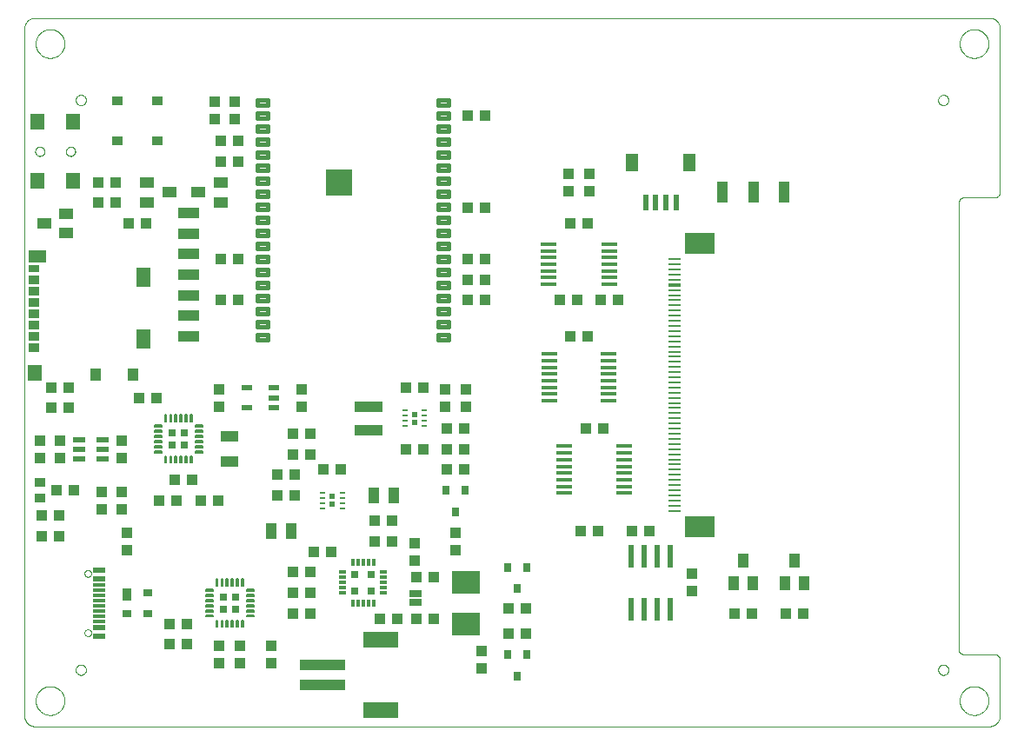
<source format=gtp>
G75*
%MOIN*%
%OFA0B0*%
%FSLAX25Y25*%
%IPPOS*%
%LPD*%
%AMOC8*
5,1,8,0,0,1.08239X$1,22.5*
%
%ADD10C,0.00000*%
%ADD11R,0.09974X0.09965*%
%ADD12C,0.01831*%
%ADD13R,0.03937X0.04331*%
%ADD14R,0.04331X0.03937*%
%ADD15R,0.04528X0.02362*%
%ADD16R,0.04528X0.01181*%
%ADD17R,0.07087X0.04606*%
%ADD18R,0.05315X0.06102*%
%ADD19R,0.04331X0.03346*%
%ADD20R,0.04331X0.02953*%
%ADD21R,0.05315X0.07480*%
%ADD22R,0.03937X0.04724*%
%ADD23R,0.05118X0.01102*%
%ADD24R,0.11811X0.07874*%
%ADD25R,0.05118X0.01181*%
%ADD26R,0.03543X0.03150*%
%ADD27R,0.03543X0.04724*%
%ADD28R,0.03937X0.03543*%
%ADD29R,0.11000X0.09000*%
%ADD30R,0.11024X0.03937*%
%ADD31R,0.05512X0.05906*%
%ADD32R,0.03150X0.03543*%
%ADD33R,0.05512X0.03937*%
%ADD34R,0.03937X0.05512*%
%ADD35R,0.04331X0.06299*%
%ADD36C,0.00551*%
%ADD37R,0.03150X0.03150*%
%ADD38R,0.05906X0.01772*%
%ADD39R,0.02362X0.08661*%
%ADD40R,0.02953X0.01181*%
%ADD41R,0.01181X0.02953*%
%ADD42R,0.01969X0.00984*%
%ADD43R,0.02362X0.02165*%
%ADD44R,0.03937X0.02165*%
%ADD45R,0.04724X0.02362*%
%ADD46R,0.05906X0.01575*%
%ADD47R,0.17717X0.03937*%
%ADD48R,0.13386X0.06299*%
%ADD49R,0.07087X0.04331*%
%ADD50R,0.03937X0.07874*%
%ADD51R,0.05000X0.02500*%
%ADD52R,0.07874X0.03937*%
%ADD53R,0.04724X0.07087*%
%ADD54R,0.02362X0.06102*%
D10*
X0029238Y0009063D02*
X0029238Y0272843D01*
X0029240Y0272967D01*
X0029246Y0273090D01*
X0029255Y0273214D01*
X0029269Y0273336D01*
X0029286Y0273459D01*
X0029308Y0273581D01*
X0029333Y0273702D01*
X0029362Y0273822D01*
X0029394Y0273941D01*
X0029431Y0274060D01*
X0029471Y0274177D01*
X0029514Y0274292D01*
X0029562Y0274407D01*
X0029613Y0274519D01*
X0029667Y0274630D01*
X0029725Y0274740D01*
X0029786Y0274847D01*
X0029851Y0274953D01*
X0029919Y0275056D01*
X0029990Y0275157D01*
X0030064Y0275256D01*
X0030141Y0275353D01*
X0030222Y0275447D01*
X0030305Y0275538D01*
X0030391Y0275627D01*
X0030480Y0275713D01*
X0030571Y0275796D01*
X0030665Y0275877D01*
X0030762Y0275954D01*
X0030861Y0276028D01*
X0030962Y0276099D01*
X0031065Y0276167D01*
X0031171Y0276232D01*
X0031278Y0276293D01*
X0031388Y0276351D01*
X0031499Y0276405D01*
X0031611Y0276456D01*
X0031726Y0276504D01*
X0031841Y0276547D01*
X0031958Y0276587D01*
X0032077Y0276624D01*
X0032196Y0276656D01*
X0032316Y0276685D01*
X0032437Y0276710D01*
X0032559Y0276732D01*
X0032682Y0276749D01*
X0032804Y0276763D01*
X0032928Y0276772D01*
X0033051Y0276778D01*
X0033175Y0276780D01*
X0399317Y0276780D01*
X0399441Y0276778D01*
X0399564Y0276772D01*
X0399688Y0276763D01*
X0399810Y0276749D01*
X0399933Y0276732D01*
X0400055Y0276710D01*
X0400176Y0276685D01*
X0400296Y0276656D01*
X0400415Y0276624D01*
X0400534Y0276587D01*
X0400651Y0276547D01*
X0400766Y0276504D01*
X0400881Y0276456D01*
X0400993Y0276405D01*
X0401104Y0276351D01*
X0401214Y0276293D01*
X0401321Y0276232D01*
X0401427Y0276167D01*
X0401530Y0276099D01*
X0401631Y0276028D01*
X0401730Y0275954D01*
X0401827Y0275877D01*
X0401921Y0275796D01*
X0402012Y0275713D01*
X0402101Y0275627D01*
X0402187Y0275538D01*
X0402270Y0275447D01*
X0402351Y0275353D01*
X0402428Y0275256D01*
X0402502Y0275157D01*
X0402573Y0275056D01*
X0402641Y0274953D01*
X0402706Y0274847D01*
X0402767Y0274740D01*
X0402825Y0274630D01*
X0402879Y0274519D01*
X0402930Y0274407D01*
X0402978Y0274292D01*
X0403021Y0274177D01*
X0403061Y0274060D01*
X0403098Y0273941D01*
X0403130Y0273822D01*
X0403159Y0273702D01*
X0403184Y0273581D01*
X0403206Y0273459D01*
X0403223Y0273336D01*
X0403237Y0273214D01*
X0403246Y0273090D01*
X0403252Y0272967D01*
X0403254Y0272843D01*
X0403254Y0209850D01*
X0403255Y0209850D02*
X0403253Y0209764D01*
X0403248Y0209678D01*
X0403238Y0209593D01*
X0403225Y0209508D01*
X0403208Y0209424D01*
X0403188Y0209340D01*
X0403164Y0209258D01*
X0403136Y0209177D01*
X0403105Y0209096D01*
X0403071Y0209018D01*
X0403033Y0208941D01*
X0402991Y0208866D01*
X0402947Y0208792D01*
X0402899Y0208721D01*
X0402848Y0208651D01*
X0402794Y0208584D01*
X0402738Y0208520D01*
X0402678Y0208458D01*
X0402616Y0208398D01*
X0402552Y0208342D01*
X0402485Y0208288D01*
X0402415Y0208237D01*
X0402344Y0208189D01*
X0402271Y0208145D01*
X0402195Y0208103D01*
X0402118Y0208065D01*
X0402040Y0208031D01*
X0401959Y0208000D01*
X0401878Y0207972D01*
X0401796Y0207948D01*
X0401712Y0207928D01*
X0401628Y0207911D01*
X0401543Y0207898D01*
X0401458Y0207888D01*
X0401372Y0207883D01*
X0401286Y0207881D01*
X0401286Y0207882D02*
X0389474Y0207882D01*
X0389388Y0207880D01*
X0389302Y0207875D01*
X0389217Y0207865D01*
X0389132Y0207852D01*
X0389048Y0207835D01*
X0388964Y0207815D01*
X0388882Y0207791D01*
X0388801Y0207763D01*
X0388720Y0207732D01*
X0388642Y0207698D01*
X0388565Y0207660D01*
X0388490Y0207618D01*
X0388416Y0207574D01*
X0388345Y0207526D01*
X0388275Y0207475D01*
X0388208Y0207421D01*
X0388144Y0207365D01*
X0388082Y0207305D01*
X0388022Y0207243D01*
X0387966Y0207179D01*
X0387912Y0207112D01*
X0387861Y0207042D01*
X0387813Y0206971D01*
X0387769Y0206898D01*
X0387727Y0206822D01*
X0387689Y0206745D01*
X0387655Y0206667D01*
X0387624Y0206586D01*
X0387596Y0206505D01*
X0387572Y0206423D01*
X0387552Y0206339D01*
X0387535Y0206255D01*
X0387522Y0206170D01*
X0387512Y0206085D01*
X0387507Y0205999D01*
X0387505Y0205913D01*
X0387506Y0205913D02*
X0387506Y0034654D01*
X0387505Y0034654D02*
X0387507Y0034568D01*
X0387512Y0034482D01*
X0387522Y0034397D01*
X0387535Y0034312D01*
X0387552Y0034228D01*
X0387572Y0034144D01*
X0387596Y0034062D01*
X0387624Y0033981D01*
X0387655Y0033900D01*
X0387689Y0033822D01*
X0387727Y0033745D01*
X0387769Y0033670D01*
X0387813Y0033596D01*
X0387861Y0033525D01*
X0387912Y0033455D01*
X0387966Y0033388D01*
X0388022Y0033324D01*
X0388082Y0033262D01*
X0388144Y0033202D01*
X0388208Y0033146D01*
X0388275Y0033092D01*
X0388345Y0033041D01*
X0388416Y0032993D01*
X0388490Y0032949D01*
X0388565Y0032907D01*
X0388642Y0032869D01*
X0388720Y0032835D01*
X0388801Y0032804D01*
X0388882Y0032776D01*
X0388964Y0032752D01*
X0389048Y0032732D01*
X0389132Y0032715D01*
X0389217Y0032702D01*
X0389302Y0032692D01*
X0389388Y0032687D01*
X0389474Y0032685D01*
X0401286Y0032685D01*
X0401286Y0032686D02*
X0401372Y0032684D01*
X0401458Y0032679D01*
X0401543Y0032669D01*
X0401628Y0032656D01*
X0401712Y0032639D01*
X0401796Y0032619D01*
X0401878Y0032595D01*
X0401959Y0032567D01*
X0402040Y0032536D01*
X0402118Y0032502D01*
X0402195Y0032464D01*
X0402271Y0032422D01*
X0402344Y0032378D01*
X0402415Y0032330D01*
X0402485Y0032279D01*
X0402552Y0032225D01*
X0402616Y0032169D01*
X0402678Y0032109D01*
X0402738Y0032047D01*
X0402794Y0031983D01*
X0402848Y0031916D01*
X0402899Y0031846D01*
X0402947Y0031775D01*
X0402991Y0031702D01*
X0403033Y0031626D01*
X0403071Y0031549D01*
X0403105Y0031471D01*
X0403136Y0031390D01*
X0403164Y0031309D01*
X0403188Y0031227D01*
X0403208Y0031143D01*
X0403225Y0031059D01*
X0403238Y0030974D01*
X0403248Y0030889D01*
X0403253Y0030803D01*
X0403255Y0030717D01*
X0403254Y0030717D02*
X0403254Y0009063D01*
X0403252Y0008939D01*
X0403246Y0008816D01*
X0403237Y0008692D01*
X0403223Y0008570D01*
X0403206Y0008447D01*
X0403184Y0008325D01*
X0403159Y0008204D01*
X0403130Y0008084D01*
X0403098Y0007965D01*
X0403061Y0007846D01*
X0403021Y0007729D01*
X0402978Y0007614D01*
X0402930Y0007499D01*
X0402879Y0007387D01*
X0402825Y0007276D01*
X0402767Y0007166D01*
X0402706Y0007059D01*
X0402641Y0006953D01*
X0402573Y0006850D01*
X0402502Y0006749D01*
X0402428Y0006650D01*
X0402351Y0006553D01*
X0402270Y0006459D01*
X0402187Y0006368D01*
X0402101Y0006279D01*
X0402012Y0006193D01*
X0401921Y0006110D01*
X0401827Y0006029D01*
X0401730Y0005952D01*
X0401631Y0005878D01*
X0401530Y0005807D01*
X0401427Y0005739D01*
X0401321Y0005674D01*
X0401214Y0005613D01*
X0401104Y0005555D01*
X0400993Y0005501D01*
X0400881Y0005450D01*
X0400766Y0005402D01*
X0400651Y0005359D01*
X0400534Y0005319D01*
X0400415Y0005282D01*
X0400296Y0005250D01*
X0400176Y0005221D01*
X0400055Y0005196D01*
X0399933Y0005174D01*
X0399810Y0005157D01*
X0399688Y0005143D01*
X0399564Y0005134D01*
X0399441Y0005128D01*
X0399317Y0005126D01*
X0033175Y0005126D01*
X0033051Y0005128D01*
X0032928Y0005134D01*
X0032804Y0005143D01*
X0032682Y0005157D01*
X0032559Y0005174D01*
X0032437Y0005196D01*
X0032316Y0005221D01*
X0032196Y0005250D01*
X0032077Y0005282D01*
X0031958Y0005319D01*
X0031841Y0005359D01*
X0031726Y0005402D01*
X0031611Y0005450D01*
X0031499Y0005501D01*
X0031388Y0005555D01*
X0031278Y0005613D01*
X0031171Y0005674D01*
X0031065Y0005739D01*
X0030962Y0005807D01*
X0030861Y0005878D01*
X0030762Y0005952D01*
X0030665Y0006029D01*
X0030571Y0006110D01*
X0030480Y0006193D01*
X0030391Y0006279D01*
X0030305Y0006368D01*
X0030222Y0006459D01*
X0030141Y0006553D01*
X0030064Y0006650D01*
X0029990Y0006749D01*
X0029919Y0006850D01*
X0029851Y0006953D01*
X0029786Y0007059D01*
X0029725Y0007166D01*
X0029667Y0007276D01*
X0029613Y0007387D01*
X0029562Y0007499D01*
X0029514Y0007614D01*
X0029471Y0007729D01*
X0029431Y0007846D01*
X0029394Y0007965D01*
X0029362Y0008084D01*
X0029333Y0008204D01*
X0029308Y0008325D01*
X0029286Y0008447D01*
X0029269Y0008570D01*
X0029255Y0008692D01*
X0029246Y0008816D01*
X0029240Y0008939D01*
X0029238Y0009063D01*
X0033569Y0014969D02*
X0033571Y0015117D01*
X0033577Y0015265D01*
X0033587Y0015413D01*
X0033601Y0015560D01*
X0033619Y0015707D01*
X0033640Y0015853D01*
X0033666Y0015999D01*
X0033696Y0016144D01*
X0033729Y0016288D01*
X0033767Y0016431D01*
X0033808Y0016573D01*
X0033853Y0016714D01*
X0033901Y0016854D01*
X0033954Y0016993D01*
X0034010Y0017130D01*
X0034070Y0017265D01*
X0034133Y0017399D01*
X0034200Y0017531D01*
X0034271Y0017661D01*
X0034345Y0017789D01*
X0034422Y0017915D01*
X0034503Y0018039D01*
X0034587Y0018161D01*
X0034674Y0018280D01*
X0034765Y0018397D01*
X0034859Y0018512D01*
X0034955Y0018624D01*
X0035055Y0018734D01*
X0035157Y0018840D01*
X0035263Y0018944D01*
X0035371Y0019045D01*
X0035482Y0019143D01*
X0035595Y0019239D01*
X0035711Y0019331D01*
X0035829Y0019420D01*
X0035950Y0019505D01*
X0036073Y0019588D01*
X0036198Y0019667D01*
X0036325Y0019743D01*
X0036454Y0019815D01*
X0036585Y0019884D01*
X0036718Y0019949D01*
X0036853Y0020010D01*
X0036989Y0020068D01*
X0037126Y0020123D01*
X0037265Y0020173D01*
X0037406Y0020220D01*
X0037547Y0020263D01*
X0037690Y0020303D01*
X0037834Y0020338D01*
X0037978Y0020370D01*
X0038124Y0020397D01*
X0038270Y0020421D01*
X0038417Y0020441D01*
X0038564Y0020457D01*
X0038711Y0020469D01*
X0038859Y0020477D01*
X0039007Y0020481D01*
X0039155Y0020481D01*
X0039303Y0020477D01*
X0039451Y0020469D01*
X0039598Y0020457D01*
X0039745Y0020441D01*
X0039892Y0020421D01*
X0040038Y0020397D01*
X0040184Y0020370D01*
X0040328Y0020338D01*
X0040472Y0020303D01*
X0040615Y0020263D01*
X0040756Y0020220D01*
X0040897Y0020173D01*
X0041036Y0020123D01*
X0041173Y0020068D01*
X0041309Y0020010D01*
X0041444Y0019949D01*
X0041577Y0019884D01*
X0041708Y0019815D01*
X0041837Y0019743D01*
X0041964Y0019667D01*
X0042089Y0019588D01*
X0042212Y0019505D01*
X0042333Y0019420D01*
X0042451Y0019331D01*
X0042567Y0019239D01*
X0042680Y0019143D01*
X0042791Y0019045D01*
X0042899Y0018944D01*
X0043005Y0018840D01*
X0043107Y0018734D01*
X0043207Y0018624D01*
X0043303Y0018512D01*
X0043397Y0018397D01*
X0043488Y0018280D01*
X0043575Y0018161D01*
X0043659Y0018039D01*
X0043740Y0017915D01*
X0043817Y0017789D01*
X0043891Y0017661D01*
X0043962Y0017531D01*
X0044029Y0017399D01*
X0044092Y0017265D01*
X0044152Y0017130D01*
X0044208Y0016993D01*
X0044261Y0016854D01*
X0044309Y0016714D01*
X0044354Y0016573D01*
X0044395Y0016431D01*
X0044433Y0016288D01*
X0044466Y0016144D01*
X0044496Y0015999D01*
X0044522Y0015853D01*
X0044543Y0015707D01*
X0044561Y0015560D01*
X0044575Y0015413D01*
X0044585Y0015265D01*
X0044591Y0015117D01*
X0044593Y0014969D01*
X0044591Y0014821D01*
X0044585Y0014673D01*
X0044575Y0014525D01*
X0044561Y0014378D01*
X0044543Y0014231D01*
X0044522Y0014085D01*
X0044496Y0013939D01*
X0044466Y0013794D01*
X0044433Y0013650D01*
X0044395Y0013507D01*
X0044354Y0013365D01*
X0044309Y0013224D01*
X0044261Y0013084D01*
X0044208Y0012945D01*
X0044152Y0012808D01*
X0044092Y0012673D01*
X0044029Y0012539D01*
X0043962Y0012407D01*
X0043891Y0012277D01*
X0043817Y0012149D01*
X0043740Y0012023D01*
X0043659Y0011899D01*
X0043575Y0011777D01*
X0043488Y0011658D01*
X0043397Y0011541D01*
X0043303Y0011426D01*
X0043207Y0011314D01*
X0043107Y0011204D01*
X0043005Y0011098D01*
X0042899Y0010994D01*
X0042791Y0010893D01*
X0042680Y0010795D01*
X0042567Y0010699D01*
X0042451Y0010607D01*
X0042333Y0010518D01*
X0042212Y0010433D01*
X0042089Y0010350D01*
X0041964Y0010271D01*
X0041837Y0010195D01*
X0041708Y0010123D01*
X0041577Y0010054D01*
X0041444Y0009989D01*
X0041309Y0009928D01*
X0041173Y0009870D01*
X0041036Y0009815D01*
X0040897Y0009765D01*
X0040756Y0009718D01*
X0040615Y0009675D01*
X0040472Y0009635D01*
X0040328Y0009600D01*
X0040184Y0009568D01*
X0040038Y0009541D01*
X0039892Y0009517D01*
X0039745Y0009497D01*
X0039598Y0009481D01*
X0039451Y0009469D01*
X0039303Y0009461D01*
X0039155Y0009457D01*
X0039007Y0009457D01*
X0038859Y0009461D01*
X0038711Y0009469D01*
X0038564Y0009481D01*
X0038417Y0009497D01*
X0038270Y0009517D01*
X0038124Y0009541D01*
X0037978Y0009568D01*
X0037834Y0009600D01*
X0037690Y0009635D01*
X0037547Y0009675D01*
X0037406Y0009718D01*
X0037265Y0009765D01*
X0037126Y0009815D01*
X0036989Y0009870D01*
X0036853Y0009928D01*
X0036718Y0009989D01*
X0036585Y0010054D01*
X0036454Y0010123D01*
X0036325Y0010195D01*
X0036198Y0010271D01*
X0036073Y0010350D01*
X0035950Y0010433D01*
X0035829Y0010518D01*
X0035711Y0010607D01*
X0035595Y0010699D01*
X0035482Y0010795D01*
X0035371Y0010893D01*
X0035263Y0010994D01*
X0035157Y0011098D01*
X0035055Y0011204D01*
X0034955Y0011314D01*
X0034859Y0011426D01*
X0034765Y0011541D01*
X0034674Y0011658D01*
X0034587Y0011777D01*
X0034503Y0011899D01*
X0034422Y0012023D01*
X0034345Y0012149D01*
X0034271Y0012277D01*
X0034200Y0012407D01*
X0034133Y0012539D01*
X0034070Y0012673D01*
X0034010Y0012808D01*
X0033954Y0012945D01*
X0033901Y0013084D01*
X0033853Y0013224D01*
X0033808Y0013365D01*
X0033767Y0013507D01*
X0033729Y0013650D01*
X0033696Y0013794D01*
X0033666Y0013939D01*
X0033640Y0014085D01*
X0033619Y0014231D01*
X0033601Y0014378D01*
X0033587Y0014525D01*
X0033577Y0014673D01*
X0033571Y0014821D01*
X0033569Y0014969D01*
X0048923Y0026780D02*
X0048925Y0026868D01*
X0048931Y0026956D01*
X0048941Y0027044D01*
X0048955Y0027132D01*
X0048972Y0027218D01*
X0048994Y0027304D01*
X0049019Y0027388D01*
X0049049Y0027472D01*
X0049081Y0027554D01*
X0049118Y0027634D01*
X0049158Y0027713D01*
X0049202Y0027790D01*
X0049249Y0027865D01*
X0049299Y0027937D01*
X0049353Y0028008D01*
X0049409Y0028075D01*
X0049469Y0028141D01*
X0049531Y0028203D01*
X0049597Y0028263D01*
X0049664Y0028319D01*
X0049735Y0028373D01*
X0049807Y0028423D01*
X0049882Y0028470D01*
X0049959Y0028514D01*
X0050038Y0028554D01*
X0050118Y0028591D01*
X0050200Y0028623D01*
X0050284Y0028653D01*
X0050368Y0028678D01*
X0050454Y0028700D01*
X0050540Y0028717D01*
X0050628Y0028731D01*
X0050716Y0028741D01*
X0050804Y0028747D01*
X0050892Y0028749D01*
X0050980Y0028747D01*
X0051068Y0028741D01*
X0051156Y0028731D01*
X0051244Y0028717D01*
X0051330Y0028700D01*
X0051416Y0028678D01*
X0051500Y0028653D01*
X0051584Y0028623D01*
X0051666Y0028591D01*
X0051746Y0028554D01*
X0051825Y0028514D01*
X0051902Y0028470D01*
X0051977Y0028423D01*
X0052049Y0028373D01*
X0052120Y0028319D01*
X0052187Y0028263D01*
X0052253Y0028203D01*
X0052315Y0028141D01*
X0052375Y0028075D01*
X0052431Y0028008D01*
X0052485Y0027937D01*
X0052535Y0027865D01*
X0052582Y0027790D01*
X0052626Y0027713D01*
X0052666Y0027634D01*
X0052703Y0027554D01*
X0052735Y0027472D01*
X0052765Y0027388D01*
X0052790Y0027304D01*
X0052812Y0027218D01*
X0052829Y0027132D01*
X0052843Y0027044D01*
X0052853Y0026956D01*
X0052859Y0026868D01*
X0052861Y0026780D01*
X0052859Y0026692D01*
X0052853Y0026604D01*
X0052843Y0026516D01*
X0052829Y0026428D01*
X0052812Y0026342D01*
X0052790Y0026256D01*
X0052765Y0026172D01*
X0052735Y0026088D01*
X0052703Y0026006D01*
X0052666Y0025926D01*
X0052626Y0025847D01*
X0052582Y0025770D01*
X0052535Y0025695D01*
X0052485Y0025623D01*
X0052431Y0025552D01*
X0052375Y0025485D01*
X0052315Y0025419D01*
X0052253Y0025357D01*
X0052187Y0025297D01*
X0052120Y0025241D01*
X0052049Y0025187D01*
X0051977Y0025137D01*
X0051902Y0025090D01*
X0051825Y0025046D01*
X0051746Y0025006D01*
X0051666Y0024969D01*
X0051584Y0024937D01*
X0051500Y0024907D01*
X0051416Y0024882D01*
X0051330Y0024860D01*
X0051244Y0024843D01*
X0051156Y0024829D01*
X0051068Y0024819D01*
X0050980Y0024813D01*
X0050892Y0024811D01*
X0050804Y0024813D01*
X0050716Y0024819D01*
X0050628Y0024829D01*
X0050540Y0024843D01*
X0050454Y0024860D01*
X0050368Y0024882D01*
X0050284Y0024907D01*
X0050200Y0024937D01*
X0050118Y0024969D01*
X0050038Y0025006D01*
X0049959Y0025046D01*
X0049882Y0025090D01*
X0049807Y0025137D01*
X0049735Y0025187D01*
X0049664Y0025241D01*
X0049597Y0025297D01*
X0049531Y0025357D01*
X0049469Y0025419D01*
X0049409Y0025485D01*
X0049353Y0025552D01*
X0049299Y0025623D01*
X0049249Y0025695D01*
X0049202Y0025770D01*
X0049158Y0025847D01*
X0049118Y0025926D01*
X0049081Y0026006D01*
X0049049Y0026088D01*
X0049019Y0026172D01*
X0048994Y0026256D01*
X0048972Y0026342D01*
X0048955Y0026428D01*
X0048941Y0026516D01*
X0048931Y0026604D01*
X0048925Y0026692D01*
X0048923Y0026780D01*
X0052289Y0040992D02*
X0052291Y0041063D01*
X0052297Y0041134D01*
X0052307Y0041205D01*
X0052321Y0041274D01*
X0052338Y0041343D01*
X0052360Y0041411D01*
X0052385Y0041478D01*
X0052414Y0041543D01*
X0052446Y0041606D01*
X0052482Y0041668D01*
X0052521Y0041727D01*
X0052564Y0041784D01*
X0052609Y0041839D01*
X0052658Y0041891D01*
X0052709Y0041940D01*
X0052763Y0041986D01*
X0052820Y0042030D01*
X0052878Y0042070D01*
X0052939Y0042106D01*
X0053002Y0042140D01*
X0053067Y0042169D01*
X0053133Y0042195D01*
X0053201Y0042218D01*
X0053269Y0042236D01*
X0053339Y0042251D01*
X0053409Y0042262D01*
X0053480Y0042269D01*
X0053551Y0042272D01*
X0053622Y0042271D01*
X0053693Y0042266D01*
X0053764Y0042257D01*
X0053834Y0042244D01*
X0053903Y0042228D01*
X0053971Y0042207D01*
X0054038Y0042183D01*
X0054104Y0042155D01*
X0054167Y0042123D01*
X0054229Y0042088D01*
X0054289Y0042050D01*
X0054347Y0042008D01*
X0054402Y0041964D01*
X0054455Y0041916D01*
X0054505Y0041865D01*
X0054552Y0041812D01*
X0054596Y0041756D01*
X0054637Y0041698D01*
X0054675Y0041637D01*
X0054709Y0041575D01*
X0054739Y0041510D01*
X0054766Y0041445D01*
X0054790Y0041377D01*
X0054809Y0041309D01*
X0054825Y0041240D01*
X0054837Y0041169D01*
X0054845Y0041099D01*
X0054849Y0041028D01*
X0054849Y0040956D01*
X0054845Y0040885D01*
X0054837Y0040815D01*
X0054825Y0040744D01*
X0054809Y0040675D01*
X0054790Y0040607D01*
X0054766Y0040539D01*
X0054739Y0040474D01*
X0054709Y0040409D01*
X0054675Y0040347D01*
X0054637Y0040286D01*
X0054596Y0040228D01*
X0054552Y0040172D01*
X0054505Y0040119D01*
X0054455Y0040068D01*
X0054402Y0040020D01*
X0054347Y0039976D01*
X0054289Y0039934D01*
X0054229Y0039896D01*
X0054167Y0039861D01*
X0054104Y0039829D01*
X0054038Y0039801D01*
X0053971Y0039777D01*
X0053903Y0039756D01*
X0053834Y0039740D01*
X0053764Y0039727D01*
X0053693Y0039718D01*
X0053622Y0039713D01*
X0053551Y0039712D01*
X0053480Y0039715D01*
X0053409Y0039722D01*
X0053339Y0039733D01*
X0053269Y0039748D01*
X0053201Y0039766D01*
X0053133Y0039789D01*
X0053067Y0039815D01*
X0053002Y0039844D01*
X0052939Y0039878D01*
X0052878Y0039914D01*
X0052820Y0039954D01*
X0052763Y0039998D01*
X0052709Y0040044D01*
X0052658Y0040093D01*
X0052609Y0040145D01*
X0052564Y0040200D01*
X0052521Y0040257D01*
X0052482Y0040316D01*
X0052446Y0040378D01*
X0052414Y0040441D01*
X0052385Y0040506D01*
X0052360Y0040573D01*
X0052338Y0040641D01*
X0052321Y0040710D01*
X0052307Y0040779D01*
X0052297Y0040850D01*
X0052291Y0040921D01*
X0052289Y0040992D01*
X0052289Y0063748D02*
X0052291Y0063819D01*
X0052297Y0063890D01*
X0052307Y0063961D01*
X0052321Y0064030D01*
X0052338Y0064099D01*
X0052360Y0064167D01*
X0052385Y0064234D01*
X0052414Y0064299D01*
X0052446Y0064362D01*
X0052482Y0064424D01*
X0052521Y0064483D01*
X0052564Y0064540D01*
X0052609Y0064595D01*
X0052658Y0064647D01*
X0052709Y0064696D01*
X0052763Y0064742D01*
X0052820Y0064786D01*
X0052878Y0064826D01*
X0052939Y0064862D01*
X0053002Y0064896D01*
X0053067Y0064925D01*
X0053133Y0064951D01*
X0053201Y0064974D01*
X0053269Y0064992D01*
X0053339Y0065007D01*
X0053409Y0065018D01*
X0053480Y0065025D01*
X0053551Y0065028D01*
X0053622Y0065027D01*
X0053693Y0065022D01*
X0053764Y0065013D01*
X0053834Y0065000D01*
X0053903Y0064984D01*
X0053971Y0064963D01*
X0054038Y0064939D01*
X0054104Y0064911D01*
X0054167Y0064879D01*
X0054229Y0064844D01*
X0054289Y0064806D01*
X0054347Y0064764D01*
X0054402Y0064720D01*
X0054455Y0064672D01*
X0054505Y0064621D01*
X0054552Y0064568D01*
X0054596Y0064512D01*
X0054637Y0064454D01*
X0054675Y0064393D01*
X0054709Y0064331D01*
X0054739Y0064266D01*
X0054766Y0064201D01*
X0054790Y0064133D01*
X0054809Y0064065D01*
X0054825Y0063996D01*
X0054837Y0063925D01*
X0054845Y0063855D01*
X0054849Y0063784D01*
X0054849Y0063712D01*
X0054845Y0063641D01*
X0054837Y0063571D01*
X0054825Y0063500D01*
X0054809Y0063431D01*
X0054790Y0063363D01*
X0054766Y0063295D01*
X0054739Y0063230D01*
X0054709Y0063165D01*
X0054675Y0063103D01*
X0054637Y0063042D01*
X0054596Y0062984D01*
X0054552Y0062928D01*
X0054505Y0062875D01*
X0054455Y0062824D01*
X0054402Y0062776D01*
X0054347Y0062732D01*
X0054289Y0062690D01*
X0054229Y0062652D01*
X0054167Y0062617D01*
X0054104Y0062585D01*
X0054038Y0062557D01*
X0053971Y0062533D01*
X0053903Y0062512D01*
X0053834Y0062496D01*
X0053764Y0062483D01*
X0053693Y0062474D01*
X0053622Y0062469D01*
X0053551Y0062468D01*
X0053480Y0062471D01*
X0053409Y0062478D01*
X0053339Y0062489D01*
X0053269Y0062504D01*
X0053201Y0062522D01*
X0053133Y0062545D01*
X0053067Y0062571D01*
X0053002Y0062600D01*
X0052939Y0062634D01*
X0052878Y0062670D01*
X0052820Y0062710D01*
X0052763Y0062754D01*
X0052709Y0062800D01*
X0052658Y0062849D01*
X0052609Y0062901D01*
X0052564Y0062956D01*
X0052521Y0063013D01*
X0052482Y0063072D01*
X0052446Y0063134D01*
X0052414Y0063197D01*
X0052385Y0063262D01*
X0052360Y0063329D01*
X0052338Y0063397D01*
X0052321Y0063466D01*
X0052307Y0063535D01*
X0052297Y0063606D01*
X0052291Y0063677D01*
X0052289Y0063748D01*
X0045183Y0225598D02*
X0045185Y0225682D01*
X0045191Y0225765D01*
X0045201Y0225848D01*
X0045215Y0225931D01*
X0045232Y0226013D01*
X0045254Y0226094D01*
X0045279Y0226173D01*
X0045308Y0226252D01*
X0045341Y0226329D01*
X0045377Y0226404D01*
X0045417Y0226478D01*
X0045460Y0226550D01*
X0045507Y0226619D01*
X0045557Y0226686D01*
X0045610Y0226751D01*
X0045666Y0226813D01*
X0045724Y0226873D01*
X0045786Y0226930D01*
X0045850Y0226983D01*
X0045917Y0227034D01*
X0045986Y0227081D01*
X0046057Y0227126D01*
X0046130Y0227166D01*
X0046205Y0227203D01*
X0046282Y0227237D01*
X0046360Y0227267D01*
X0046439Y0227293D01*
X0046520Y0227316D01*
X0046602Y0227334D01*
X0046684Y0227349D01*
X0046767Y0227360D01*
X0046850Y0227367D01*
X0046934Y0227370D01*
X0047018Y0227369D01*
X0047101Y0227364D01*
X0047185Y0227355D01*
X0047267Y0227342D01*
X0047349Y0227326D01*
X0047430Y0227305D01*
X0047511Y0227281D01*
X0047589Y0227253D01*
X0047667Y0227221D01*
X0047743Y0227185D01*
X0047817Y0227146D01*
X0047889Y0227104D01*
X0047959Y0227058D01*
X0048027Y0227009D01*
X0048092Y0226957D01*
X0048155Y0226902D01*
X0048215Y0226844D01*
X0048273Y0226783D01*
X0048327Y0226719D01*
X0048379Y0226653D01*
X0048427Y0226585D01*
X0048472Y0226514D01*
X0048513Y0226441D01*
X0048552Y0226367D01*
X0048586Y0226291D01*
X0048617Y0226213D01*
X0048644Y0226134D01*
X0048668Y0226053D01*
X0048687Y0225972D01*
X0048703Y0225890D01*
X0048715Y0225807D01*
X0048723Y0225723D01*
X0048727Y0225640D01*
X0048727Y0225556D01*
X0048723Y0225473D01*
X0048715Y0225389D01*
X0048703Y0225306D01*
X0048687Y0225224D01*
X0048668Y0225143D01*
X0048644Y0225062D01*
X0048617Y0224983D01*
X0048586Y0224905D01*
X0048552Y0224829D01*
X0048513Y0224755D01*
X0048472Y0224682D01*
X0048427Y0224611D01*
X0048379Y0224543D01*
X0048327Y0224477D01*
X0048273Y0224413D01*
X0048215Y0224352D01*
X0048155Y0224294D01*
X0048092Y0224239D01*
X0048027Y0224187D01*
X0047959Y0224138D01*
X0047889Y0224092D01*
X0047817Y0224050D01*
X0047743Y0224011D01*
X0047667Y0223975D01*
X0047589Y0223943D01*
X0047511Y0223915D01*
X0047430Y0223891D01*
X0047349Y0223870D01*
X0047267Y0223854D01*
X0047185Y0223841D01*
X0047101Y0223832D01*
X0047018Y0223827D01*
X0046934Y0223826D01*
X0046850Y0223829D01*
X0046767Y0223836D01*
X0046684Y0223847D01*
X0046602Y0223862D01*
X0046520Y0223880D01*
X0046439Y0223903D01*
X0046360Y0223929D01*
X0046282Y0223959D01*
X0046205Y0223993D01*
X0046130Y0224030D01*
X0046057Y0224070D01*
X0045986Y0224115D01*
X0045917Y0224162D01*
X0045850Y0224213D01*
X0045786Y0224266D01*
X0045724Y0224323D01*
X0045666Y0224383D01*
X0045610Y0224445D01*
X0045557Y0224510D01*
X0045507Y0224577D01*
X0045460Y0224646D01*
X0045417Y0224718D01*
X0045377Y0224792D01*
X0045341Y0224867D01*
X0045308Y0224944D01*
X0045279Y0225023D01*
X0045254Y0225102D01*
X0045232Y0225183D01*
X0045215Y0225265D01*
X0045201Y0225348D01*
X0045191Y0225431D01*
X0045185Y0225514D01*
X0045183Y0225598D01*
X0033372Y0225598D02*
X0033374Y0225682D01*
X0033380Y0225765D01*
X0033390Y0225848D01*
X0033404Y0225931D01*
X0033421Y0226013D01*
X0033443Y0226094D01*
X0033468Y0226173D01*
X0033497Y0226252D01*
X0033530Y0226329D01*
X0033566Y0226404D01*
X0033606Y0226478D01*
X0033649Y0226550D01*
X0033696Y0226619D01*
X0033746Y0226686D01*
X0033799Y0226751D01*
X0033855Y0226813D01*
X0033913Y0226873D01*
X0033975Y0226930D01*
X0034039Y0226983D01*
X0034106Y0227034D01*
X0034175Y0227081D01*
X0034246Y0227126D01*
X0034319Y0227166D01*
X0034394Y0227203D01*
X0034471Y0227237D01*
X0034549Y0227267D01*
X0034628Y0227293D01*
X0034709Y0227316D01*
X0034791Y0227334D01*
X0034873Y0227349D01*
X0034956Y0227360D01*
X0035039Y0227367D01*
X0035123Y0227370D01*
X0035207Y0227369D01*
X0035290Y0227364D01*
X0035374Y0227355D01*
X0035456Y0227342D01*
X0035538Y0227326D01*
X0035619Y0227305D01*
X0035700Y0227281D01*
X0035778Y0227253D01*
X0035856Y0227221D01*
X0035932Y0227185D01*
X0036006Y0227146D01*
X0036078Y0227104D01*
X0036148Y0227058D01*
X0036216Y0227009D01*
X0036281Y0226957D01*
X0036344Y0226902D01*
X0036404Y0226844D01*
X0036462Y0226783D01*
X0036516Y0226719D01*
X0036568Y0226653D01*
X0036616Y0226585D01*
X0036661Y0226514D01*
X0036702Y0226441D01*
X0036741Y0226367D01*
X0036775Y0226291D01*
X0036806Y0226213D01*
X0036833Y0226134D01*
X0036857Y0226053D01*
X0036876Y0225972D01*
X0036892Y0225890D01*
X0036904Y0225807D01*
X0036912Y0225723D01*
X0036916Y0225640D01*
X0036916Y0225556D01*
X0036912Y0225473D01*
X0036904Y0225389D01*
X0036892Y0225306D01*
X0036876Y0225224D01*
X0036857Y0225143D01*
X0036833Y0225062D01*
X0036806Y0224983D01*
X0036775Y0224905D01*
X0036741Y0224829D01*
X0036702Y0224755D01*
X0036661Y0224682D01*
X0036616Y0224611D01*
X0036568Y0224543D01*
X0036516Y0224477D01*
X0036462Y0224413D01*
X0036404Y0224352D01*
X0036344Y0224294D01*
X0036281Y0224239D01*
X0036216Y0224187D01*
X0036148Y0224138D01*
X0036078Y0224092D01*
X0036006Y0224050D01*
X0035932Y0224011D01*
X0035856Y0223975D01*
X0035778Y0223943D01*
X0035700Y0223915D01*
X0035619Y0223891D01*
X0035538Y0223870D01*
X0035456Y0223854D01*
X0035374Y0223841D01*
X0035290Y0223832D01*
X0035207Y0223827D01*
X0035123Y0223826D01*
X0035039Y0223829D01*
X0034956Y0223836D01*
X0034873Y0223847D01*
X0034791Y0223862D01*
X0034709Y0223880D01*
X0034628Y0223903D01*
X0034549Y0223929D01*
X0034471Y0223959D01*
X0034394Y0223993D01*
X0034319Y0224030D01*
X0034246Y0224070D01*
X0034175Y0224115D01*
X0034106Y0224162D01*
X0034039Y0224213D01*
X0033975Y0224266D01*
X0033913Y0224323D01*
X0033855Y0224383D01*
X0033799Y0224445D01*
X0033746Y0224510D01*
X0033696Y0224577D01*
X0033649Y0224646D01*
X0033606Y0224718D01*
X0033566Y0224792D01*
X0033530Y0224867D01*
X0033497Y0224944D01*
X0033468Y0225023D01*
X0033443Y0225102D01*
X0033421Y0225183D01*
X0033404Y0225265D01*
X0033390Y0225348D01*
X0033380Y0225431D01*
X0033374Y0225514D01*
X0033372Y0225598D01*
X0048923Y0245283D02*
X0048925Y0245371D01*
X0048931Y0245459D01*
X0048941Y0245547D01*
X0048955Y0245635D01*
X0048972Y0245721D01*
X0048994Y0245807D01*
X0049019Y0245891D01*
X0049049Y0245975D01*
X0049081Y0246057D01*
X0049118Y0246137D01*
X0049158Y0246216D01*
X0049202Y0246293D01*
X0049249Y0246368D01*
X0049299Y0246440D01*
X0049353Y0246511D01*
X0049409Y0246578D01*
X0049469Y0246644D01*
X0049531Y0246706D01*
X0049597Y0246766D01*
X0049664Y0246822D01*
X0049735Y0246876D01*
X0049807Y0246926D01*
X0049882Y0246973D01*
X0049959Y0247017D01*
X0050038Y0247057D01*
X0050118Y0247094D01*
X0050200Y0247126D01*
X0050284Y0247156D01*
X0050368Y0247181D01*
X0050454Y0247203D01*
X0050540Y0247220D01*
X0050628Y0247234D01*
X0050716Y0247244D01*
X0050804Y0247250D01*
X0050892Y0247252D01*
X0050980Y0247250D01*
X0051068Y0247244D01*
X0051156Y0247234D01*
X0051244Y0247220D01*
X0051330Y0247203D01*
X0051416Y0247181D01*
X0051500Y0247156D01*
X0051584Y0247126D01*
X0051666Y0247094D01*
X0051746Y0247057D01*
X0051825Y0247017D01*
X0051902Y0246973D01*
X0051977Y0246926D01*
X0052049Y0246876D01*
X0052120Y0246822D01*
X0052187Y0246766D01*
X0052253Y0246706D01*
X0052315Y0246644D01*
X0052375Y0246578D01*
X0052431Y0246511D01*
X0052485Y0246440D01*
X0052535Y0246368D01*
X0052582Y0246293D01*
X0052626Y0246216D01*
X0052666Y0246137D01*
X0052703Y0246057D01*
X0052735Y0245975D01*
X0052765Y0245891D01*
X0052790Y0245807D01*
X0052812Y0245721D01*
X0052829Y0245635D01*
X0052843Y0245547D01*
X0052853Y0245459D01*
X0052859Y0245371D01*
X0052861Y0245283D01*
X0052859Y0245195D01*
X0052853Y0245107D01*
X0052843Y0245019D01*
X0052829Y0244931D01*
X0052812Y0244845D01*
X0052790Y0244759D01*
X0052765Y0244675D01*
X0052735Y0244591D01*
X0052703Y0244509D01*
X0052666Y0244429D01*
X0052626Y0244350D01*
X0052582Y0244273D01*
X0052535Y0244198D01*
X0052485Y0244126D01*
X0052431Y0244055D01*
X0052375Y0243988D01*
X0052315Y0243922D01*
X0052253Y0243860D01*
X0052187Y0243800D01*
X0052120Y0243744D01*
X0052049Y0243690D01*
X0051977Y0243640D01*
X0051902Y0243593D01*
X0051825Y0243549D01*
X0051746Y0243509D01*
X0051666Y0243472D01*
X0051584Y0243440D01*
X0051500Y0243410D01*
X0051416Y0243385D01*
X0051330Y0243363D01*
X0051244Y0243346D01*
X0051156Y0243332D01*
X0051068Y0243322D01*
X0050980Y0243316D01*
X0050892Y0243314D01*
X0050804Y0243316D01*
X0050716Y0243322D01*
X0050628Y0243332D01*
X0050540Y0243346D01*
X0050454Y0243363D01*
X0050368Y0243385D01*
X0050284Y0243410D01*
X0050200Y0243440D01*
X0050118Y0243472D01*
X0050038Y0243509D01*
X0049959Y0243549D01*
X0049882Y0243593D01*
X0049807Y0243640D01*
X0049735Y0243690D01*
X0049664Y0243744D01*
X0049597Y0243800D01*
X0049531Y0243860D01*
X0049469Y0243922D01*
X0049409Y0243988D01*
X0049353Y0244055D01*
X0049299Y0244126D01*
X0049249Y0244198D01*
X0049202Y0244273D01*
X0049158Y0244350D01*
X0049118Y0244429D01*
X0049081Y0244509D01*
X0049049Y0244591D01*
X0049019Y0244675D01*
X0048994Y0244759D01*
X0048972Y0244845D01*
X0048955Y0244931D01*
X0048941Y0245019D01*
X0048931Y0245107D01*
X0048925Y0245195D01*
X0048923Y0245283D01*
X0033569Y0266937D02*
X0033571Y0267085D01*
X0033577Y0267233D01*
X0033587Y0267381D01*
X0033601Y0267528D01*
X0033619Y0267675D01*
X0033640Y0267821D01*
X0033666Y0267967D01*
X0033696Y0268112D01*
X0033729Y0268256D01*
X0033767Y0268399D01*
X0033808Y0268541D01*
X0033853Y0268682D01*
X0033901Y0268822D01*
X0033954Y0268961D01*
X0034010Y0269098D01*
X0034070Y0269233D01*
X0034133Y0269367D01*
X0034200Y0269499D01*
X0034271Y0269629D01*
X0034345Y0269757D01*
X0034422Y0269883D01*
X0034503Y0270007D01*
X0034587Y0270129D01*
X0034674Y0270248D01*
X0034765Y0270365D01*
X0034859Y0270480D01*
X0034955Y0270592D01*
X0035055Y0270702D01*
X0035157Y0270808D01*
X0035263Y0270912D01*
X0035371Y0271013D01*
X0035482Y0271111D01*
X0035595Y0271207D01*
X0035711Y0271299D01*
X0035829Y0271388D01*
X0035950Y0271473D01*
X0036073Y0271556D01*
X0036198Y0271635D01*
X0036325Y0271711D01*
X0036454Y0271783D01*
X0036585Y0271852D01*
X0036718Y0271917D01*
X0036853Y0271978D01*
X0036989Y0272036D01*
X0037126Y0272091D01*
X0037265Y0272141D01*
X0037406Y0272188D01*
X0037547Y0272231D01*
X0037690Y0272271D01*
X0037834Y0272306D01*
X0037978Y0272338D01*
X0038124Y0272365D01*
X0038270Y0272389D01*
X0038417Y0272409D01*
X0038564Y0272425D01*
X0038711Y0272437D01*
X0038859Y0272445D01*
X0039007Y0272449D01*
X0039155Y0272449D01*
X0039303Y0272445D01*
X0039451Y0272437D01*
X0039598Y0272425D01*
X0039745Y0272409D01*
X0039892Y0272389D01*
X0040038Y0272365D01*
X0040184Y0272338D01*
X0040328Y0272306D01*
X0040472Y0272271D01*
X0040615Y0272231D01*
X0040756Y0272188D01*
X0040897Y0272141D01*
X0041036Y0272091D01*
X0041173Y0272036D01*
X0041309Y0271978D01*
X0041444Y0271917D01*
X0041577Y0271852D01*
X0041708Y0271783D01*
X0041837Y0271711D01*
X0041964Y0271635D01*
X0042089Y0271556D01*
X0042212Y0271473D01*
X0042333Y0271388D01*
X0042451Y0271299D01*
X0042567Y0271207D01*
X0042680Y0271111D01*
X0042791Y0271013D01*
X0042899Y0270912D01*
X0043005Y0270808D01*
X0043107Y0270702D01*
X0043207Y0270592D01*
X0043303Y0270480D01*
X0043397Y0270365D01*
X0043488Y0270248D01*
X0043575Y0270129D01*
X0043659Y0270007D01*
X0043740Y0269883D01*
X0043817Y0269757D01*
X0043891Y0269629D01*
X0043962Y0269499D01*
X0044029Y0269367D01*
X0044092Y0269233D01*
X0044152Y0269098D01*
X0044208Y0268961D01*
X0044261Y0268822D01*
X0044309Y0268682D01*
X0044354Y0268541D01*
X0044395Y0268399D01*
X0044433Y0268256D01*
X0044466Y0268112D01*
X0044496Y0267967D01*
X0044522Y0267821D01*
X0044543Y0267675D01*
X0044561Y0267528D01*
X0044575Y0267381D01*
X0044585Y0267233D01*
X0044591Y0267085D01*
X0044593Y0266937D01*
X0044591Y0266789D01*
X0044585Y0266641D01*
X0044575Y0266493D01*
X0044561Y0266346D01*
X0044543Y0266199D01*
X0044522Y0266053D01*
X0044496Y0265907D01*
X0044466Y0265762D01*
X0044433Y0265618D01*
X0044395Y0265475D01*
X0044354Y0265333D01*
X0044309Y0265192D01*
X0044261Y0265052D01*
X0044208Y0264913D01*
X0044152Y0264776D01*
X0044092Y0264641D01*
X0044029Y0264507D01*
X0043962Y0264375D01*
X0043891Y0264245D01*
X0043817Y0264117D01*
X0043740Y0263991D01*
X0043659Y0263867D01*
X0043575Y0263745D01*
X0043488Y0263626D01*
X0043397Y0263509D01*
X0043303Y0263394D01*
X0043207Y0263282D01*
X0043107Y0263172D01*
X0043005Y0263066D01*
X0042899Y0262962D01*
X0042791Y0262861D01*
X0042680Y0262763D01*
X0042567Y0262667D01*
X0042451Y0262575D01*
X0042333Y0262486D01*
X0042212Y0262401D01*
X0042089Y0262318D01*
X0041964Y0262239D01*
X0041837Y0262163D01*
X0041708Y0262091D01*
X0041577Y0262022D01*
X0041444Y0261957D01*
X0041309Y0261896D01*
X0041173Y0261838D01*
X0041036Y0261783D01*
X0040897Y0261733D01*
X0040756Y0261686D01*
X0040615Y0261643D01*
X0040472Y0261603D01*
X0040328Y0261568D01*
X0040184Y0261536D01*
X0040038Y0261509D01*
X0039892Y0261485D01*
X0039745Y0261465D01*
X0039598Y0261449D01*
X0039451Y0261437D01*
X0039303Y0261429D01*
X0039155Y0261425D01*
X0039007Y0261425D01*
X0038859Y0261429D01*
X0038711Y0261437D01*
X0038564Y0261449D01*
X0038417Y0261465D01*
X0038270Y0261485D01*
X0038124Y0261509D01*
X0037978Y0261536D01*
X0037834Y0261568D01*
X0037690Y0261603D01*
X0037547Y0261643D01*
X0037406Y0261686D01*
X0037265Y0261733D01*
X0037126Y0261783D01*
X0036989Y0261838D01*
X0036853Y0261896D01*
X0036718Y0261957D01*
X0036585Y0262022D01*
X0036454Y0262091D01*
X0036325Y0262163D01*
X0036198Y0262239D01*
X0036073Y0262318D01*
X0035950Y0262401D01*
X0035829Y0262486D01*
X0035711Y0262575D01*
X0035595Y0262667D01*
X0035482Y0262763D01*
X0035371Y0262861D01*
X0035263Y0262962D01*
X0035157Y0263066D01*
X0035055Y0263172D01*
X0034955Y0263282D01*
X0034859Y0263394D01*
X0034765Y0263509D01*
X0034674Y0263626D01*
X0034587Y0263745D01*
X0034503Y0263867D01*
X0034422Y0263991D01*
X0034345Y0264117D01*
X0034271Y0264245D01*
X0034200Y0264375D01*
X0034133Y0264507D01*
X0034070Y0264641D01*
X0034010Y0264776D01*
X0033954Y0264913D01*
X0033901Y0265052D01*
X0033853Y0265192D01*
X0033808Y0265333D01*
X0033767Y0265475D01*
X0033729Y0265618D01*
X0033696Y0265762D01*
X0033666Y0265907D01*
X0033640Y0266053D01*
X0033619Y0266199D01*
X0033601Y0266346D01*
X0033587Y0266493D01*
X0033577Y0266641D01*
X0033571Y0266789D01*
X0033569Y0266937D01*
X0379631Y0245283D02*
X0379633Y0245371D01*
X0379639Y0245459D01*
X0379649Y0245547D01*
X0379663Y0245635D01*
X0379680Y0245721D01*
X0379702Y0245807D01*
X0379727Y0245891D01*
X0379757Y0245975D01*
X0379789Y0246057D01*
X0379826Y0246137D01*
X0379866Y0246216D01*
X0379910Y0246293D01*
X0379957Y0246368D01*
X0380007Y0246440D01*
X0380061Y0246511D01*
X0380117Y0246578D01*
X0380177Y0246644D01*
X0380239Y0246706D01*
X0380305Y0246766D01*
X0380372Y0246822D01*
X0380443Y0246876D01*
X0380515Y0246926D01*
X0380590Y0246973D01*
X0380667Y0247017D01*
X0380746Y0247057D01*
X0380826Y0247094D01*
X0380908Y0247126D01*
X0380992Y0247156D01*
X0381076Y0247181D01*
X0381162Y0247203D01*
X0381248Y0247220D01*
X0381336Y0247234D01*
X0381424Y0247244D01*
X0381512Y0247250D01*
X0381600Y0247252D01*
X0381688Y0247250D01*
X0381776Y0247244D01*
X0381864Y0247234D01*
X0381952Y0247220D01*
X0382038Y0247203D01*
X0382124Y0247181D01*
X0382208Y0247156D01*
X0382292Y0247126D01*
X0382374Y0247094D01*
X0382454Y0247057D01*
X0382533Y0247017D01*
X0382610Y0246973D01*
X0382685Y0246926D01*
X0382757Y0246876D01*
X0382828Y0246822D01*
X0382895Y0246766D01*
X0382961Y0246706D01*
X0383023Y0246644D01*
X0383083Y0246578D01*
X0383139Y0246511D01*
X0383193Y0246440D01*
X0383243Y0246368D01*
X0383290Y0246293D01*
X0383334Y0246216D01*
X0383374Y0246137D01*
X0383411Y0246057D01*
X0383443Y0245975D01*
X0383473Y0245891D01*
X0383498Y0245807D01*
X0383520Y0245721D01*
X0383537Y0245635D01*
X0383551Y0245547D01*
X0383561Y0245459D01*
X0383567Y0245371D01*
X0383569Y0245283D01*
X0383567Y0245195D01*
X0383561Y0245107D01*
X0383551Y0245019D01*
X0383537Y0244931D01*
X0383520Y0244845D01*
X0383498Y0244759D01*
X0383473Y0244675D01*
X0383443Y0244591D01*
X0383411Y0244509D01*
X0383374Y0244429D01*
X0383334Y0244350D01*
X0383290Y0244273D01*
X0383243Y0244198D01*
X0383193Y0244126D01*
X0383139Y0244055D01*
X0383083Y0243988D01*
X0383023Y0243922D01*
X0382961Y0243860D01*
X0382895Y0243800D01*
X0382828Y0243744D01*
X0382757Y0243690D01*
X0382685Y0243640D01*
X0382610Y0243593D01*
X0382533Y0243549D01*
X0382454Y0243509D01*
X0382374Y0243472D01*
X0382292Y0243440D01*
X0382208Y0243410D01*
X0382124Y0243385D01*
X0382038Y0243363D01*
X0381952Y0243346D01*
X0381864Y0243332D01*
X0381776Y0243322D01*
X0381688Y0243316D01*
X0381600Y0243314D01*
X0381512Y0243316D01*
X0381424Y0243322D01*
X0381336Y0243332D01*
X0381248Y0243346D01*
X0381162Y0243363D01*
X0381076Y0243385D01*
X0380992Y0243410D01*
X0380908Y0243440D01*
X0380826Y0243472D01*
X0380746Y0243509D01*
X0380667Y0243549D01*
X0380590Y0243593D01*
X0380515Y0243640D01*
X0380443Y0243690D01*
X0380372Y0243744D01*
X0380305Y0243800D01*
X0380239Y0243860D01*
X0380177Y0243922D01*
X0380117Y0243988D01*
X0380061Y0244055D01*
X0380007Y0244126D01*
X0379957Y0244198D01*
X0379910Y0244273D01*
X0379866Y0244350D01*
X0379826Y0244429D01*
X0379789Y0244509D01*
X0379757Y0244591D01*
X0379727Y0244675D01*
X0379702Y0244759D01*
X0379680Y0244845D01*
X0379663Y0244931D01*
X0379649Y0245019D01*
X0379639Y0245107D01*
X0379633Y0245195D01*
X0379631Y0245283D01*
X0387900Y0266937D02*
X0387902Y0267085D01*
X0387908Y0267233D01*
X0387918Y0267381D01*
X0387932Y0267528D01*
X0387950Y0267675D01*
X0387971Y0267821D01*
X0387997Y0267967D01*
X0388027Y0268112D01*
X0388060Y0268256D01*
X0388098Y0268399D01*
X0388139Y0268541D01*
X0388184Y0268682D01*
X0388232Y0268822D01*
X0388285Y0268961D01*
X0388341Y0269098D01*
X0388401Y0269233D01*
X0388464Y0269367D01*
X0388531Y0269499D01*
X0388602Y0269629D01*
X0388676Y0269757D01*
X0388753Y0269883D01*
X0388834Y0270007D01*
X0388918Y0270129D01*
X0389005Y0270248D01*
X0389096Y0270365D01*
X0389190Y0270480D01*
X0389286Y0270592D01*
X0389386Y0270702D01*
X0389488Y0270808D01*
X0389594Y0270912D01*
X0389702Y0271013D01*
X0389813Y0271111D01*
X0389926Y0271207D01*
X0390042Y0271299D01*
X0390160Y0271388D01*
X0390281Y0271473D01*
X0390404Y0271556D01*
X0390529Y0271635D01*
X0390656Y0271711D01*
X0390785Y0271783D01*
X0390916Y0271852D01*
X0391049Y0271917D01*
X0391184Y0271978D01*
X0391320Y0272036D01*
X0391457Y0272091D01*
X0391596Y0272141D01*
X0391737Y0272188D01*
X0391878Y0272231D01*
X0392021Y0272271D01*
X0392165Y0272306D01*
X0392309Y0272338D01*
X0392455Y0272365D01*
X0392601Y0272389D01*
X0392748Y0272409D01*
X0392895Y0272425D01*
X0393042Y0272437D01*
X0393190Y0272445D01*
X0393338Y0272449D01*
X0393486Y0272449D01*
X0393634Y0272445D01*
X0393782Y0272437D01*
X0393929Y0272425D01*
X0394076Y0272409D01*
X0394223Y0272389D01*
X0394369Y0272365D01*
X0394515Y0272338D01*
X0394659Y0272306D01*
X0394803Y0272271D01*
X0394946Y0272231D01*
X0395087Y0272188D01*
X0395228Y0272141D01*
X0395367Y0272091D01*
X0395504Y0272036D01*
X0395640Y0271978D01*
X0395775Y0271917D01*
X0395908Y0271852D01*
X0396039Y0271783D01*
X0396168Y0271711D01*
X0396295Y0271635D01*
X0396420Y0271556D01*
X0396543Y0271473D01*
X0396664Y0271388D01*
X0396782Y0271299D01*
X0396898Y0271207D01*
X0397011Y0271111D01*
X0397122Y0271013D01*
X0397230Y0270912D01*
X0397336Y0270808D01*
X0397438Y0270702D01*
X0397538Y0270592D01*
X0397634Y0270480D01*
X0397728Y0270365D01*
X0397819Y0270248D01*
X0397906Y0270129D01*
X0397990Y0270007D01*
X0398071Y0269883D01*
X0398148Y0269757D01*
X0398222Y0269629D01*
X0398293Y0269499D01*
X0398360Y0269367D01*
X0398423Y0269233D01*
X0398483Y0269098D01*
X0398539Y0268961D01*
X0398592Y0268822D01*
X0398640Y0268682D01*
X0398685Y0268541D01*
X0398726Y0268399D01*
X0398764Y0268256D01*
X0398797Y0268112D01*
X0398827Y0267967D01*
X0398853Y0267821D01*
X0398874Y0267675D01*
X0398892Y0267528D01*
X0398906Y0267381D01*
X0398916Y0267233D01*
X0398922Y0267085D01*
X0398924Y0266937D01*
X0398922Y0266789D01*
X0398916Y0266641D01*
X0398906Y0266493D01*
X0398892Y0266346D01*
X0398874Y0266199D01*
X0398853Y0266053D01*
X0398827Y0265907D01*
X0398797Y0265762D01*
X0398764Y0265618D01*
X0398726Y0265475D01*
X0398685Y0265333D01*
X0398640Y0265192D01*
X0398592Y0265052D01*
X0398539Y0264913D01*
X0398483Y0264776D01*
X0398423Y0264641D01*
X0398360Y0264507D01*
X0398293Y0264375D01*
X0398222Y0264245D01*
X0398148Y0264117D01*
X0398071Y0263991D01*
X0397990Y0263867D01*
X0397906Y0263745D01*
X0397819Y0263626D01*
X0397728Y0263509D01*
X0397634Y0263394D01*
X0397538Y0263282D01*
X0397438Y0263172D01*
X0397336Y0263066D01*
X0397230Y0262962D01*
X0397122Y0262861D01*
X0397011Y0262763D01*
X0396898Y0262667D01*
X0396782Y0262575D01*
X0396664Y0262486D01*
X0396543Y0262401D01*
X0396420Y0262318D01*
X0396295Y0262239D01*
X0396168Y0262163D01*
X0396039Y0262091D01*
X0395908Y0262022D01*
X0395775Y0261957D01*
X0395640Y0261896D01*
X0395504Y0261838D01*
X0395367Y0261783D01*
X0395228Y0261733D01*
X0395087Y0261686D01*
X0394946Y0261643D01*
X0394803Y0261603D01*
X0394659Y0261568D01*
X0394515Y0261536D01*
X0394369Y0261509D01*
X0394223Y0261485D01*
X0394076Y0261465D01*
X0393929Y0261449D01*
X0393782Y0261437D01*
X0393634Y0261429D01*
X0393486Y0261425D01*
X0393338Y0261425D01*
X0393190Y0261429D01*
X0393042Y0261437D01*
X0392895Y0261449D01*
X0392748Y0261465D01*
X0392601Y0261485D01*
X0392455Y0261509D01*
X0392309Y0261536D01*
X0392165Y0261568D01*
X0392021Y0261603D01*
X0391878Y0261643D01*
X0391737Y0261686D01*
X0391596Y0261733D01*
X0391457Y0261783D01*
X0391320Y0261838D01*
X0391184Y0261896D01*
X0391049Y0261957D01*
X0390916Y0262022D01*
X0390785Y0262091D01*
X0390656Y0262163D01*
X0390529Y0262239D01*
X0390404Y0262318D01*
X0390281Y0262401D01*
X0390160Y0262486D01*
X0390042Y0262575D01*
X0389926Y0262667D01*
X0389813Y0262763D01*
X0389702Y0262861D01*
X0389594Y0262962D01*
X0389488Y0263066D01*
X0389386Y0263172D01*
X0389286Y0263282D01*
X0389190Y0263394D01*
X0389096Y0263509D01*
X0389005Y0263626D01*
X0388918Y0263745D01*
X0388834Y0263867D01*
X0388753Y0263991D01*
X0388676Y0264117D01*
X0388602Y0264245D01*
X0388531Y0264375D01*
X0388464Y0264507D01*
X0388401Y0264641D01*
X0388341Y0264776D01*
X0388285Y0264913D01*
X0388232Y0265052D01*
X0388184Y0265192D01*
X0388139Y0265333D01*
X0388098Y0265475D01*
X0388060Y0265618D01*
X0388027Y0265762D01*
X0387997Y0265907D01*
X0387971Y0266053D01*
X0387950Y0266199D01*
X0387932Y0266346D01*
X0387918Y0266493D01*
X0387908Y0266641D01*
X0387902Y0266789D01*
X0387900Y0266937D01*
X0379631Y0026780D02*
X0379633Y0026868D01*
X0379639Y0026956D01*
X0379649Y0027044D01*
X0379663Y0027132D01*
X0379680Y0027218D01*
X0379702Y0027304D01*
X0379727Y0027388D01*
X0379757Y0027472D01*
X0379789Y0027554D01*
X0379826Y0027634D01*
X0379866Y0027713D01*
X0379910Y0027790D01*
X0379957Y0027865D01*
X0380007Y0027937D01*
X0380061Y0028008D01*
X0380117Y0028075D01*
X0380177Y0028141D01*
X0380239Y0028203D01*
X0380305Y0028263D01*
X0380372Y0028319D01*
X0380443Y0028373D01*
X0380515Y0028423D01*
X0380590Y0028470D01*
X0380667Y0028514D01*
X0380746Y0028554D01*
X0380826Y0028591D01*
X0380908Y0028623D01*
X0380992Y0028653D01*
X0381076Y0028678D01*
X0381162Y0028700D01*
X0381248Y0028717D01*
X0381336Y0028731D01*
X0381424Y0028741D01*
X0381512Y0028747D01*
X0381600Y0028749D01*
X0381688Y0028747D01*
X0381776Y0028741D01*
X0381864Y0028731D01*
X0381952Y0028717D01*
X0382038Y0028700D01*
X0382124Y0028678D01*
X0382208Y0028653D01*
X0382292Y0028623D01*
X0382374Y0028591D01*
X0382454Y0028554D01*
X0382533Y0028514D01*
X0382610Y0028470D01*
X0382685Y0028423D01*
X0382757Y0028373D01*
X0382828Y0028319D01*
X0382895Y0028263D01*
X0382961Y0028203D01*
X0383023Y0028141D01*
X0383083Y0028075D01*
X0383139Y0028008D01*
X0383193Y0027937D01*
X0383243Y0027865D01*
X0383290Y0027790D01*
X0383334Y0027713D01*
X0383374Y0027634D01*
X0383411Y0027554D01*
X0383443Y0027472D01*
X0383473Y0027388D01*
X0383498Y0027304D01*
X0383520Y0027218D01*
X0383537Y0027132D01*
X0383551Y0027044D01*
X0383561Y0026956D01*
X0383567Y0026868D01*
X0383569Y0026780D01*
X0383567Y0026692D01*
X0383561Y0026604D01*
X0383551Y0026516D01*
X0383537Y0026428D01*
X0383520Y0026342D01*
X0383498Y0026256D01*
X0383473Y0026172D01*
X0383443Y0026088D01*
X0383411Y0026006D01*
X0383374Y0025926D01*
X0383334Y0025847D01*
X0383290Y0025770D01*
X0383243Y0025695D01*
X0383193Y0025623D01*
X0383139Y0025552D01*
X0383083Y0025485D01*
X0383023Y0025419D01*
X0382961Y0025357D01*
X0382895Y0025297D01*
X0382828Y0025241D01*
X0382757Y0025187D01*
X0382685Y0025137D01*
X0382610Y0025090D01*
X0382533Y0025046D01*
X0382454Y0025006D01*
X0382374Y0024969D01*
X0382292Y0024937D01*
X0382208Y0024907D01*
X0382124Y0024882D01*
X0382038Y0024860D01*
X0381952Y0024843D01*
X0381864Y0024829D01*
X0381776Y0024819D01*
X0381688Y0024813D01*
X0381600Y0024811D01*
X0381512Y0024813D01*
X0381424Y0024819D01*
X0381336Y0024829D01*
X0381248Y0024843D01*
X0381162Y0024860D01*
X0381076Y0024882D01*
X0380992Y0024907D01*
X0380908Y0024937D01*
X0380826Y0024969D01*
X0380746Y0025006D01*
X0380667Y0025046D01*
X0380590Y0025090D01*
X0380515Y0025137D01*
X0380443Y0025187D01*
X0380372Y0025241D01*
X0380305Y0025297D01*
X0380239Y0025357D01*
X0380177Y0025419D01*
X0380117Y0025485D01*
X0380061Y0025552D01*
X0380007Y0025623D01*
X0379957Y0025695D01*
X0379910Y0025770D01*
X0379866Y0025847D01*
X0379826Y0025926D01*
X0379789Y0026006D01*
X0379757Y0026088D01*
X0379727Y0026172D01*
X0379702Y0026256D01*
X0379680Y0026342D01*
X0379663Y0026428D01*
X0379649Y0026516D01*
X0379639Y0026604D01*
X0379633Y0026692D01*
X0379631Y0026780D01*
X0387900Y0014969D02*
X0387902Y0015117D01*
X0387908Y0015265D01*
X0387918Y0015413D01*
X0387932Y0015560D01*
X0387950Y0015707D01*
X0387971Y0015853D01*
X0387997Y0015999D01*
X0388027Y0016144D01*
X0388060Y0016288D01*
X0388098Y0016431D01*
X0388139Y0016573D01*
X0388184Y0016714D01*
X0388232Y0016854D01*
X0388285Y0016993D01*
X0388341Y0017130D01*
X0388401Y0017265D01*
X0388464Y0017399D01*
X0388531Y0017531D01*
X0388602Y0017661D01*
X0388676Y0017789D01*
X0388753Y0017915D01*
X0388834Y0018039D01*
X0388918Y0018161D01*
X0389005Y0018280D01*
X0389096Y0018397D01*
X0389190Y0018512D01*
X0389286Y0018624D01*
X0389386Y0018734D01*
X0389488Y0018840D01*
X0389594Y0018944D01*
X0389702Y0019045D01*
X0389813Y0019143D01*
X0389926Y0019239D01*
X0390042Y0019331D01*
X0390160Y0019420D01*
X0390281Y0019505D01*
X0390404Y0019588D01*
X0390529Y0019667D01*
X0390656Y0019743D01*
X0390785Y0019815D01*
X0390916Y0019884D01*
X0391049Y0019949D01*
X0391184Y0020010D01*
X0391320Y0020068D01*
X0391457Y0020123D01*
X0391596Y0020173D01*
X0391737Y0020220D01*
X0391878Y0020263D01*
X0392021Y0020303D01*
X0392165Y0020338D01*
X0392309Y0020370D01*
X0392455Y0020397D01*
X0392601Y0020421D01*
X0392748Y0020441D01*
X0392895Y0020457D01*
X0393042Y0020469D01*
X0393190Y0020477D01*
X0393338Y0020481D01*
X0393486Y0020481D01*
X0393634Y0020477D01*
X0393782Y0020469D01*
X0393929Y0020457D01*
X0394076Y0020441D01*
X0394223Y0020421D01*
X0394369Y0020397D01*
X0394515Y0020370D01*
X0394659Y0020338D01*
X0394803Y0020303D01*
X0394946Y0020263D01*
X0395087Y0020220D01*
X0395228Y0020173D01*
X0395367Y0020123D01*
X0395504Y0020068D01*
X0395640Y0020010D01*
X0395775Y0019949D01*
X0395908Y0019884D01*
X0396039Y0019815D01*
X0396168Y0019743D01*
X0396295Y0019667D01*
X0396420Y0019588D01*
X0396543Y0019505D01*
X0396664Y0019420D01*
X0396782Y0019331D01*
X0396898Y0019239D01*
X0397011Y0019143D01*
X0397122Y0019045D01*
X0397230Y0018944D01*
X0397336Y0018840D01*
X0397438Y0018734D01*
X0397538Y0018624D01*
X0397634Y0018512D01*
X0397728Y0018397D01*
X0397819Y0018280D01*
X0397906Y0018161D01*
X0397990Y0018039D01*
X0398071Y0017915D01*
X0398148Y0017789D01*
X0398222Y0017661D01*
X0398293Y0017531D01*
X0398360Y0017399D01*
X0398423Y0017265D01*
X0398483Y0017130D01*
X0398539Y0016993D01*
X0398592Y0016854D01*
X0398640Y0016714D01*
X0398685Y0016573D01*
X0398726Y0016431D01*
X0398764Y0016288D01*
X0398797Y0016144D01*
X0398827Y0015999D01*
X0398853Y0015853D01*
X0398874Y0015707D01*
X0398892Y0015560D01*
X0398906Y0015413D01*
X0398916Y0015265D01*
X0398922Y0015117D01*
X0398924Y0014969D01*
X0398922Y0014821D01*
X0398916Y0014673D01*
X0398906Y0014525D01*
X0398892Y0014378D01*
X0398874Y0014231D01*
X0398853Y0014085D01*
X0398827Y0013939D01*
X0398797Y0013794D01*
X0398764Y0013650D01*
X0398726Y0013507D01*
X0398685Y0013365D01*
X0398640Y0013224D01*
X0398592Y0013084D01*
X0398539Y0012945D01*
X0398483Y0012808D01*
X0398423Y0012673D01*
X0398360Y0012539D01*
X0398293Y0012407D01*
X0398222Y0012277D01*
X0398148Y0012149D01*
X0398071Y0012023D01*
X0397990Y0011899D01*
X0397906Y0011777D01*
X0397819Y0011658D01*
X0397728Y0011541D01*
X0397634Y0011426D01*
X0397538Y0011314D01*
X0397438Y0011204D01*
X0397336Y0011098D01*
X0397230Y0010994D01*
X0397122Y0010893D01*
X0397011Y0010795D01*
X0396898Y0010699D01*
X0396782Y0010607D01*
X0396664Y0010518D01*
X0396543Y0010433D01*
X0396420Y0010350D01*
X0396295Y0010271D01*
X0396168Y0010195D01*
X0396039Y0010123D01*
X0395908Y0010054D01*
X0395775Y0009989D01*
X0395640Y0009928D01*
X0395504Y0009870D01*
X0395367Y0009815D01*
X0395228Y0009765D01*
X0395087Y0009718D01*
X0394946Y0009675D01*
X0394803Y0009635D01*
X0394659Y0009600D01*
X0394515Y0009568D01*
X0394369Y0009541D01*
X0394223Y0009517D01*
X0394076Y0009497D01*
X0393929Y0009481D01*
X0393782Y0009469D01*
X0393634Y0009461D01*
X0393486Y0009457D01*
X0393338Y0009457D01*
X0393190Y0009461D01*
X0393042Y0009469D01*
X0392895Y0009481D01*
X0392748Y0009497D01*
X0392601Y0009517D01*
X0392455Y0009541D01*
X0392309Y0009568D01*
X0392165Y0009600D01*
X0392021Y0009635D01*
X0391878Y0009675D01*
X0391737Y0009718D01*
X0391596Y0009765D01*
X0391457Y0009815D01*
X0391320Y0009870D01*
X0391184Y0009928D01*
X0391049Y0009989D01*
X0390916Y0010054D01*
X0390785Y0010123D01*
X0390656Y0010195D01*
X0390529Y0010271D01*
X0390404Y0010350D01*
X0390281Y0010433D01*
X0390160Y0010518D01*
X0390042Y0010607D01*
X0389926Y0010699D01*
X0389813Y0010795D01*
X0389702Y0010893D01*
X0389594Y0010994D01*
X0389488Y0011098D01*
X0389386Y0011204D01*
X0389286Y0011314D01*
X0389190Y0011426D01*
X0389096Y0011541D01*
X0389005Y0011658D01*
X0388918Y0011777D01*
X0388834Y0011899D01*
X0388753Y0012023D01*
X0388676Y0012149D01*
X0388602Y0012277D01*
X0388531Y0012407D01*
X0388464Y0012539D01*
X0388401Y0012673D01*
X0388341Y0012808D01*
X0388285Y0012945D01*
X0388232Y0013084D01*
X0388184Y0013224D01*
X0388139Y0013365D01*
X0388098Y0013507D01*
X0388060Y0013650D01*
X0388027Y0013794D01*
X0387997Y0013939D01*
X0387971Y0014085D01*
X0387950Y0014231D01*
X0387932Y0014378D01*
X0387918Y0014525D01*
X0387908Y0014673D01*
X0387902Y0014821D01*
X0387900Y0014969D01*
D11*
X0149783Y0213667D03*
D12*
X0122476Y0213424D02*
X0118598Y0213424D01*
X0118598Y0215254D01*
X0122476Y0215254D01*
X0122476Y0213424D01*
X0122476Y0215254D02*
X0118598Y0215254D01*
X0118598Y0218424D02*
X0122476Y0218424D01*
X0118598Y0218424D02*
X0118598Y0220254D01*
X0122476Y0220254D01*
X0122476Y0218424D01*
X0122476Y0220254D02*
X0118598Y0220254D01*
X0118598Y0223424D02*
X0122476Y0223424D01*
X0118598Y0223424D02*
X0118598Y0225254D01*
X0122476Y0225254D01*
X0122476Y0223424D01*
X0122476Y0225254D02*
X0118598Y0225254D01*
X0118598Y0228424D02*
X0122476Y0228424D01*
X0118598Y0228424D02*
X0118598Y0230254D01*
X0122476Y0230254D01*
X0122476Y0228424D01*
X0122476Y0230254D02*
X0118598Y0230254D01*
X0118598Y0233424D02*
X0122476Y0233424D01*
X0118598Y0233424D02*
X0118598Y0235254D01*
X0122476Y0235254D01*
X0122476Y0233424D01*
X0122476Y0235254D02*
X0118598Y0235254D01*
X0118598Y0238424D02*
X0122476Y0238424D01*
X0118598Y0238424D02*
X0118598Y0240254D01*
X0122476Y0240254D01*
X0122476Y0238424D01*
X0122476Y0240254D02*
X0118598Y0240254D01*
X0118598Y0243424D02*
X0122476Y0243424D01*
X0118598Y0243424D02*
X0118598Y0245254D01*
X0122476Y0245254D01*
X0122476Y0243424D01*
X0122476Y0245254D02*
X0118598Y0245254D01*
X0118598Y0208424D02*
X0122476Y0208424D01*
X0118598Y0208424D02*
X0118598Y0210254D01*
X0122476Y0210254D01*
X0122476Y0208424D01*
X0122476Y0210254D02*
X0118598Y0210254D01*
X0118598Y0203424D02*
X0122476Y0203424D01*
X0118598Y0203424D02*
X0118598Y0205254D01*
X0122476Y0205254D01*
X0122476Y0203424D01*
X0122476Y0205254D02*
X0118598Y0205254D01*
X0118598Y0198424D02*
X0122476Y0198424D01*
X0118598Y0198424D02*
X0118598Y0200254D01*
X0122476Y0200254D01*
X0122476Y0198424D01*
X0122476Y0200254D02*
X0118598Y0200254D01*
X0118598Y0193424D02*
X0122476Y0193424D01*
X0118598Y0193424D02*
X0118598Y0195254D01*
X0122476Y0195254D01*
X0122476Y0193424D01*
X0122476Y0195254D02*
X0118598Y0195254D01*
X0118598Y0188424D02*
X0122476Y0188424D01*
X0118598Y0188424D02*
X0118598Y0190254D01*
X0122476Y0190254D01*
X0122476Y0188424D01*
X0122476Y0190254D02*
X0118598Y0190254D01*
X0118598Y0183424D02*
X0122476Y0183424D01*
X0118598Y0183424D02*
X0118598Y0185254D01*
X0122476Y0185254D01*
X0122476Y0183424D01*
X0122476Y0185254D02*
X0118598Y0185254D01*
X0118598Y0178424D02*
X0122476Y0178424D01*
X0118598Y0178424D02*
X0118598Y0180254D01*
X0122476Y0180254D01*
X0122476Y0178424D01*
X0122476Y0180254D02*
X0118598Y0180254D01*
X0118598Y0173424D02*
X0122476Y0173424D01*
X0118598Y0173424D02*
X0118598Y0175254D01*
X0122476Y0175254D01*
X0122476Y0173424D01*
X0122476Y0175254D02*
X0118598Y0175254D01*
X0118598Y0168424D02*
X0122476Y0168424D01*
X0118598Y0168424D02*
X0118598Y0170254D01*
X0122476Y0170254D01*
X0122476Y0168424D01*
X0122476Y0170254D02*
X0118598Y0170254D01*
X0118598Y0163424D02*
X0122476Y0163424D01*
X0118598Y0163424D02*
X0118598Y0165254D01*
X0122476Y0165254D01*
X0122476Y0163424D01*
X0122476Y0165254D02*
X0118598Y0165254D01*
X0118598Y0158424D02*
X0122476Y0158424D01*
X0118598Y0158424D02*
X0118598Y0160254D01*
X0122476Y0160254D01*
X0122476Y0158424D01*
X0122476Y0160254D02*
X0118598Y0160254D01*
X0118598Y0153424D02*
X0122476Y0153424D01*
X0118598Y0153424D02*
X0118598Y0155254D01*
X0122476Y0155254D01*
X0122476Y0153424D01*
X0122476Y0155254D02*
X0118598Y0155254D01*
X0187969Y0155254D02*
X0191847Y0155254D01*
X0191847Y0153424D01*
X0187969Y0153424D01*
X0187969Y0155254D01*
X0191847Y0155254D01*
X0191847Y0160254D02*
X0187969Y0160254D01*
X0191847Y0160254D02*
X0191847Y0158424D01*
X0187969Y0158424D01*
X0187969Y0160254D01*
X0191847Y0160254D01*
X0191847Y0165254D02*
X0187969Y0165254D01*
X0191847Y0165254D02*
X0191847Y0163424D01*
X0187969Y0163424D01*
X0187969Y0165254D01*
X0191847Y0165254D01*
X0191847Y0170254D02*
X0187969Y0170254D01*
X0191847Y0170254D02*
X0191847Y0168424D01*
X0187969Y0168424D01*
X0187969Y0170254D01*
X0191847Y0170254D01*
X0191847Y0175254D02*
X0187969Y0175254D01*
X0191847Y0175254D02*
X0191847Y0173424D01*
X0187969Y0173424D01*
X0187969Y0175254D01*
X0191847Y0175254D01*
X0191847Y0180254D02*
X0187969Y0180254D01*
X0191847Y0180254D02*
X0191847Y0178424D01*
X0187969Y0178424D01*
X0187969Y0180254D01*
X0191847Y0180254D01*
X0191847Y0185254D02*
X0187969Y0185254D01*
X0191847Y0185254D02*
X0191847Y0183424D01*
X0187969Y0183424D01*
X0187969Y0185254D01*
X0191847Y0185254D01*
X0191847Y0190254D02*
X0187969Y0190254D01*
X0191847Y0190254D02*
X0191847Y0188424D01*
X0187969Y0188424D01*
X0187969Y0190254D01*
X0191847Y0190254D01*
X0191847Y0195254D02*
X0187969Y0195254D01*
X0191847Y0195254D02*
X0191847Y0193424D01*
X0187969Y0193424D01*
X0187969Y0195254D01*
X0191847Y0195254D01*
X0191847Y0200254D02*
X0187969Y0200254D01*
X0191847Y0200254D02*
X0191847Y0198424D01*
X0187969Y0198424D01*
X0187969Y0200254D01*
X0191847Y0200254D01*
X0191847Y0205254D02*
X0187969Y0205254D01*
X0191847Y0205254D02*
X0191847Y0203424D01*
X0187969Y0203424D01*
X0187969Y0205254D01*
X0191847Y0205254D01*
X0191847Y0210254D02*
X0187969Y0210254D01*
X0191847Y0210254D02*
X0191847Y0208424D01*
X0187969Y0208424D01*
X0187969Y0210254D01*
X0191847Y0210254D01*
X0191847Y0215254D02*
X0187969Y0215254D01*
X0191847Y0215254D02*
X0191847Y0213424D01*
X0187969Y0213424D01*
X0187969Y0215254D01*
X0191847Y0215254D01*
X0191847Y0220254D02*
X0187969Y0220254D01*
X0191847Y0220254D02*
X0191847Y0218424D01*
X0187969Y0218424D01*
X0187969Y0220254D01*
X0191847Y0220254D01*
X0191847Y0225254D02*
X0187969Y0225254D01*
X0191847Y0225254D02*
X0191847Y0223424D01*
X0187969Y0223424D01*
X0187969Y0225254D01*
X0191847Y0225254D01*
X0191847Y0230254D02*
X0187969Y0230254D01*
X0191847Y0230254D02*
X0191847Y0228424D01*
X0187969Y0228424D01*
X0187969Y0230254D01*
X0191847Y0230254D01*
X0191847Y0235254D02*
X0187969Y0235254D01*
X0191847Y0235254D02*
X0191847Y0233424D01*
X0187969Y0233424D01*
X0187969Y0235254D01*
X0191847Y0235254D01*
X0191847Y0240254D02*
X0187969Y0240254D01*
X0191847Y0240254D02*
X0191847Y0238424D01*
X0187969Y0238424D01*
X0187969Y0240254D01*
X0191847Y0240254D01*
X0191847Y0245254D02*
X0187969Y0245254D01*
X0191847Y0245254D02*
X0191847Y0243424D01*
X0187969Y0243424D01*
X0187969Y0245254D01*
X0191847Y0245254D01*
D13*
X0237900Y0217134D03*
X0237900Y0210441D03*
X0245774Y0210441D03*
X0245774Y0217134D03*
X0198530Y0134457D03*
X0190656Y0134457D03*
X0190656Y0127764D03*
X0198530Y0127764D03*
X0135537Y0127764D03*
X0135537Y0134457D03*
X0104041Y0134457D03*
X0104041Y0127764D03*
X0066640Y0114772D03*
X0066640Y0108079D03*
X0066640Y0095087D03*
X0058766Y0095087D03*
X0058766Y0088394D03*
X0066640Y0088394D03*
X0068608Y0079339D03*
X0068608Y0072646D03*
X0043018Y0108079D03*
X0035144Y0108079D03*
X0035144Y0114772D03*
X0043018Y0114772D03*
X0104041Y0036031D03*
X0104041Y0029339D03*
X0111915Y0029339D03*
X0111915Y0036031D03*
X0123726Y0036031D03*
X0123726Y0029339D03*
X0178845Y0068709D03*
X0178845Y0075402D03*
X0194593Y0072646D03*
X0194593Y0079339D03*
X0204435Y0034063D03*
X0204435Y0027370D03*
X0285144Y0056898D03*
X0285144Y0063591D03*
X0109947Y0238000D03*
X0109947Y0244693D03*
X0102073Y0244693D03*
X0102073Y0238000D03*
D14*
X0104632Y0229535D03*
X0111325Y0229535D03*
X0111325Y0221661D03*
X0104632Y0221661D03*
X0075892Y0198039D03*
X0069199Y0198039D03*
X0064081Y0205913D03*
X0057388Y0205913D03*
X0057388Y0213787D03*
X0064081Y0213787D03*
X0104632Y0184260D03*
X0111325Y0184260D03*
X0111325Y0168512D03*
X0104632Y0168512D03*
X0079829Y0131110D03*
X0073136Y0131110D03*
X0046364Y0127173D03*
X0039671Y0127173D03*
X0039671Y0135047D03*
X0046364Y0135047D03*
X0086915Y0099614D03*
X0093608Y0099614D03*
X0096758Y0091740D03*
X0103451Y0091740D03*
X0087703Y0091740D03*
X0081010Y0091740D03*
X0048333Y0095677D03*
X0041640Y0095677D03*
X0042427Y0085835D03*
X0035734Y0085835D03*
X0035734Y0077961D03*
X0042427Y0077961D03*
X0084947Y0044496D03*
X0091640Y0044496D03*
X0091640Y0036622D03*
X0084947Y0036622D03*
X0132191Y0048433D03*
X0138884Y0048433D03*
X0138884Y0056307D03*
X0132191Y0056307D03*
X0132191Y0064181D03*
X0138884Y0064181D03*
X0140065Y0072055D03*
X0146758Y0072055D03*
X0163687Y0075992D03*
X0170380Y0075992D03*
X0170380Y0083866D03*
X0163687Y0083866D03*
X0150695Y0103551D03*
X0144002Y0103551D03*
X0138884Y0109457D03*
X0132191Y0109457D03*
X0132191Y0117331D03*
X0138884Y0117331D03*
X0132978Y0101583D03*
X0126286Y0101583D03*
X0126286Y0093709D03*
X0132978Y0093709D03*
X0175498Y0111425D03*
X0182191Y0111425D03*
X0191246Y0111425D03*
X0197939Y0111425D03*
X0197939Y0119299D03*
X0191246Y0119299D03*
X0191246Y0103551D03*
X0197939Y0103551D03*
X0182191Y0135047D03*
X0175498Y0135047D03*
X0199120Y0168512D03*
X0205813Y0168512D03*
X0205813Y0176386D03*
X0199120Y0176386D03*
X0199120Y0184260D03*
X0205813Y0184260D03*
X0205813Y0203945D03*
X0199120Y0203945D03*
X0238490Y0198039D03*
X0245183Y0198039D03*
X0241246Y0168512D03*
X0234553Y0168512D03*
X0250301Y0168512D03*
X0256994Y0168512D03*
X0245183Y0154732D03*
X0238490Y0154732D03*
X0244396Y0119299D03*
X0251089Y0119299D03*
X0249120Y0079929D03*
X0242427Y0079929D03*
X0262112Y0079929D03*
X0268805Y0079929D03*
X0301482Y0048433D03*
X0308175Y0048433D03*
X0321167Y0048433D03*
X0327860Y0048433D03*
X0221561Y0050402D03*
X0214868Y0050402D03*
X0214868Y0040559D03*
X0221561Y0040559D03*
X0186128Y0046465D03*
X0179435Y0046465D03*
X0172349Y0046465D03*
X0165656Y0046465D03*
X0179435Y0062213D03*
X0186128Y0062213D03*
X0199120Y0239378D03*
X0205813Y0239378D03*
D15*
X0057801Y0064969D03*
X0057801Y0061819D03*
X0057801Y0042921D03*
X0057801Y0039772D03*
D16*
X0057801Y0045480D03*
X0057801Y0047449D03*
X0057801Y0049417D03*
X0057801Y0051386D03*
X0057801Y0053354D03*
X0057801Y0055323D03*
X0057801Y0057291D03*
X0057801Y0059260D03*
D17*
X0034160Y0185264D03*
D18*
X0033274Y0140697D03*
D19*
X0032782Y0150382D03*
X0032782Y0154713D03*
X0032782Y0159043D03*
X0032782Y0163374D03*
X0032782Y0167705D03*
X0032782Y0172035D03*
X0032782Y0176366D03*
D20*
X0032782Y0180500D03*
D21*
X0074809Y0177291D03*
X0074809Y0153787D03*
D22*
X0070971Y0140008D03*
X0056404Y0140008D03*
D23*
X0278648Y0140953D03*
X0278648Y0142921D03*
X0278648Y0144890D03*
X0278648Y0146858D03*
X0278648Y0148827D03*
X0278648Y0150795D03*
X0278648Y0152764D03*
X0278648Y0154732D03*
X0278648Y0156701D03*
X0278648Y0158669D03*
X0278648Y0160638D03*
X0278648Y0162606D03*
X0278648Y0164575D03*
X0278648Y0166543D03*
X0278648Y0168512D03*
X0278648Y0170480D03*
X0278648Y0172449D03*
X0278648Y0176386D03*
X0278648Y0178354D03*
X0278648Y0180323D03*
X0278648Y0182291D03*
X0278648Y0184260D03*
X0278648Y0138984D03*
X0278648Y0137016D03*
X0278648Y0135047D03*
X0278648Y0133079D03*
X0278648Y0131110D03*
X0278648Y0129142D03*
X0278648Y0127173D03*
X0278648Y0125205D03*
X0278648Y0123236D03*
X0278648Y0121268D03*
X0278648Y0119299D03*
X0278648Y0117331D03*
X0278648Y0115362D03*
X0278648Y0113394D03*
X0278648Y0111425D03*
X0278648Y0109457D03*
X0278648Y0107488D03*
X0278648Y0105520D03*
X0278648Y0103551D03*
X0278648Y0101583D03*
X0278648Y0099614D03*
X0278648Y0097646D03*
X0278648Y0095677D03*
X0278648Y0093709D03*
X0278648Y0091740D03*
X0278648Y0089772D03*
X0278648Y0087803D03*
D24*
X0288097Y0081740D03*
X0288097Y0190323D03*
D25*
X0278648Y0174417D03*
D26*
X0076482Y0056307D03*
X0076482Y0048433D03*
X0068608Y0048433D03*
D27*
X0068608Y0055520D03*
D28*
X0035144Y0092528D03*
X0035144Y0098827D03*
X0064967Y0229732D03*
X0080124Y0229732D03*
X0080124Y0245087D03*
X0064967Y0245087D03*
D29*
X0198530Y0060425D03*
X0198530Y0044315D03*
D30*
X0161128Y0118709D03*
X0161128Y0127764D03*
D31*
X0047742Y0214181D03*
X0034356Y0214181D03*
X0034356Y0237016D03*
X0047742Y0237016D03*
D32*
X0190852Y0095677D03*
X0198333Y0095677D03*
X0194593Y0087409D03*
X0214474Y0066150D03*
X0221955Y0066150D03*
X0218215Y0057882D03*
X0221955Y0032685D03*
X0214474Y0032685D03*
X0218215Y0024417D03*
D33*
X0045380Y0194299D03*
X0036719Y0198039D03*
X0045380Y0201780D03*
X0076089Y0206110D03*
X0076089Y0213591D03*
X0084750Y0209850D03*
X0095774Y0209850D03*
X0104435Y0206110D03*
X0104435Y0213591D03*
D34*
X0304829Y0068512D03*
X0308569Y0059850D03*
X0301089Y0059850D03*
X0320774Y0059850D03*
X0328254Y0059850D03*
X0324514Y0068512D03*
D35*
X0170774Y0093709D03*
X0163293Y0093709D03*
X0131404Y0079929D03*
X0123923Y0079929D03*
D36*
X0112624Y0061544D02*
X0112624Y0058944D01*
X0112624Y0061544D02*
X0113176Y0061544D01*
X0113176Y0058944D01*
X0112624Y0058944D01*
X0112624Y0059494D02*
X0113176Y0059494D01*
X0113176Y0060044D02*
X0112624Y0060044D01*
X0112624Y0060594D02*
X0113176Y0060594D01*
X0113176Y0061144D02*
X0112624Y0061144D01*
X0110655Y0061544D02*
X0110655Y0058944D01*
X0110655Y0061544D02*
X0111207Y0061544D01*
X0111207Y0058944D01*
X0110655Y0058944D01*
X0110655Y0059494D02*
X0111207Y0059494D01*
X0111207Y0060044D02*
X0110655Y0060044D01*
X0110655Y0060594D02*
X0111207Y0060594D01*
X0111207Y0061144D02*
X0110655Y0061144D01*
X0108687Y0061544D02*
X0108687Y0058944D01*
X0108687Y0061544D02*
X0109239Y0061544D01*
X0109239Y0058944D01*
X0108687Y0058944D01*
X0108687Y0059494D02*
X0109239Y0059494D01*
X0109239Y0060044D02*
X0108687Y0060044D01*
X0108687Y0060594D02*
X0109239Y0060594D01*
X0109239Y0061144D02*
X0108687Y0061144D01*
X0106718Y0061544D02*
X0106718Y0058944D01*
X0106718Y0061544D02*
X0107270Y0061544D01*
X0107270Y0058944D01*
X0106718Y0058944D01*
X0106718Y0059494D02*
X0107270Y0059494D01*
X0107270Y0060044D02*
X0106718Y0060044D01*
X0106718Y0060594D02*
X0107270Y0060594D01*
X0107270Y0061144D02*
X0106718Y0061144D01*
X0104750Y0061544D02*
X0104750Y0058944D01*
X0104750Y0061544D02*
X0105302Y0061544D01*
X0105302Y0058944D01*
X0104750Y0058944D01*
X0104750Y0059494D02*
X0105302Y0059494D01*
X0105302Y0060044D02*
X0104750Y0060044D01*
X0104750Y0060594D02*
X0105302Y0060594D01*
X0105302Y0061144D02*
X0104750Y0061144D01*
X0102781Y0061544D02*
X0102781Y0058944D01*
X0102781Y0061544D02*
X0103333Y0061544D01*
X0103333Y0058944D01*
X0102781Y0058944D01*
X0102781Y0059494D02*
X0103333Y0059494D01*
X0103333Y0060044D02*
X0102781Y0060044D01*
X0102781Y0060594D02*
X0103333Y0060594D01*
X0103333Y0061144D02*
X0102781Y0061144D01*
X0101404Y0057567D02*
X0098804Y0057567D01*
X0101404Y0057567D02*
X0101404Y0057015D01*
X0098804Y0057015D01*
X0098804Y0057567D01*
X0098804Y0057565D02*
X0101404Y0057565D01*
X0101404Y0055599D02*
X0098804Y0055599D01*
X0101404Y0055599D02*
X0101404Y0055047D01*
X0098804Y0055047D01*
X0098804Y0055599D01*
X0098804Y0055597D02*
X0101404Y0055597D01*
X0101404Y0053630D02*
X0098804Y0053630D01*
X0101404Y0053630D02*
X0101404Y0053078D01*
X0098804Y0053078D01*
X0098804Y0053630D01*
X0098804Y0053628D02*
X0101404Y0053628D01*
X0101404Y0051662D02*
X0098804Y0051662D01*
X0101404Y0051662D02*
X0101404Y0051110D01*
X0098804Y0051110D01*
X0098804Y0051662D01*
X0098804Y0051660D02*
X0101404Y0051660D01*
X0101404Y0049693D02*
X0098804Y0049693D01*
X0101404Y0049693D02*
X0101404Y0049141D01*
X0098804Y0049141D01*
X0098804Y0049693D01*
X0098804Y0049691D02*
X0101404Y0049691D01*
X0101404Y0047725D02*
X0098804Y0047725D01*
X0101404Y0047725D02*
X0101404Y0047173D01*
X0098804Y0047173D01*
X0098804Y0047725D01*
X0098804Y0047723D02*
X0101404Y0047723D01*
X0103333Y0045796D02*
X0103333Y0043196D01*
X0102781Y0043196D01*
X0102781Y0045796D01*
X0103333Y0045796D01*
X0103333Y0043746D02*
X0102781Y0043746D01*
X0102781Y0044296D02*
X0103333Y0044296D01*
X0103333Y0044846D02*
X0102781Y0044846D01*
X0102781Y0045396D02*
X0103333Y0045396D01*
X0105302Y0045796D02*
X0105302Y0043196D01*
X0104750Y0043196D01*
X0104750Y0045796D01*
X0105302Y0045796D01*
X0105302Y0043746D02*
X0104750Y0043746D01*
X0104750Y0044296D02*
X0105302Y0044296D01*
X0105302Y0044846D02*
X0104750Y0044846D01*
X0104750Y0045396D02*
X0105302Y0045396D01*
X0107270Y0045796D02*
X0107270Y0043196D01*
X0106718Y0043196D01*
X0106718Y0045796D01*
X0107270Y0045796D01*
X0107270Y0043746D02*
X0106718Y0043746D01*
X0106718Y0044296D02*
X0107270Y0044296D01*
X0107270Y0044846D02*
X0106718Y0044846D01*
X0106718Y0045396D02*
X0107270Y0045396D01*
X0109239Y0045796D02*
X0109239Y0043196D01*
X0108687Y0043196D01*
X0108687Y0045796D01*
X0109239Y0045796D01*
X0109239Y0043746D02*
X0108687Y0043746D01*
X0108687Y0044296D02*
X0109239Y0044296D01*
X0109239Y0044846D02*
X0108687Y0044846D01*
X0108687Y0045396D02*
X0109239Y0045396D01*
X0111207Y0045796D02*
X0111207Y0043196D01*
X0110655Y0043196D01*
X0110655Y0045796D01*
X0111207Y0045796D01*
X0111207Y0043746D02*
X0110655Y0043746D01*
X0110655Y0044296D02*
X0111207Y0044296D01*
X0111207Y0044846D02*
X0110655Y0044846D01*
X0110655Y0045396D02*
X0111207Y0045396D01*
X0113176Y0045796D02*
X0113176Y0043196D01*
X0112624Y0043196D01*
X0112624Y0045796D01*
X0113176Y0045796D01*
X0113176Y0043746D02*
X0112624Y0043746D01*
X0112624Y0044296D02*
X0113176Y0044296D01*
X0113176Y0044846D02*
X0112624Y0044846D01*
X0112624Y0045396D02*
X0113176Y0045396D01*
X0114552Y0047173D02*
X0117152Y0047173D01*
X0114552Y0047173D02*
X0114552Y0047725D01*
X0117152Y0047725D01*
X0117152Y0047173D01*
X0117152Y0047723D02*
X0114552Y0047723D01*
X0114552Y0049141D02*
X0117152Y0049141D01*
X0114552Y0049141D02*
X0114552Y0049693D01*
X0117152Y0049693D01*
X0117152Y0049141D01*
X0117152Y0049691D02*
X0114552Y0049691D01*
X0114552Y0051110D02*
X0117152Y0051110D01*
X0114552Y0051110D02*
X0114552Y0051662D01*
X0117152Y0051662D01*
X0117152Y0051110D01*
X0117152Y0051660D02*
X0114552Y0051660D01*
X0114552Y0053078D02*
X0117152Y0053078D01*
X0114552Y0053078D02*
X0114552Y0053630D01*
X0117152Y0053630D01*
X0117152Y0053078D01*
X0117152Y0053628D02*
X0114552Y0053628D01*
X0114552Y0055047D02*
X0117152Y0055047D01*
X0114552Y0055047D02*
X0114552Y0055599D01*
X0117152Y0055599D01*
X0117152Y0055047D01*
X0117152Y0055597D02*
X0114552Y0055597D01*
X0114552Y0057015D02*
X0117152Y0057015D01*
X0114552Y0057015D02*
X0114552Y0057567D01*
X0117152Y0057567D01*
X0117152Y0057015D01*
X0117152Y0057565D02*
X0114552Y0057565D01*
X0092939Y0106188D02*
X0092939Y0108788D01*
X0093491Y0108788D01*
X0093491Y0106188D01*
X0092939Y0106188D01*
X0092939Y0106738D02*
X0093491Y0106738D01*
X0093491Y0107288D02*
X0092939Y0107288D01*
X0092939Y0107838D02*
X0093491Y0107838D01*
X0093491Y0108388D02*
X0092939Y0108388D01*
X0090970Y0108788D02*
X0090970Y0106188D01*
X0090970Y0108788D02*
X0091522Y0108788D01*
X0091522Y0106188D01*
X0090970Y0106188D01*
X0090970Y0106738D02*
X0091522Y0106738D01*
X0091522Y0107288D02*
X0090970Y0107288D01*
X0090970Y0107838D02*
X0091522Y0107838D01*
X0091522Y0108388D02*
X0090970Y0108388D01*
X0089002Y0108788D02*
X0089002Y0106188D01*
X0089002Y0108788D02*
X0089554Y0108788D01*
X0089554Y0106188D01*
X0089002Y0106188D01*
X0089002Y0106738D02*
X0089554Y0106738D01*
X0089554Y0107288D02*
X0089002Y0107288D01*
X0089002Y0107838D02*
X0089554Y0107838D01*
X0089554Y0108388D02*
X0089002Y0108388D01*
X0087033Y0108788D02*
X0087033Y0106188D01*
X0087033Y0108788D02*
X0087585Y0108788D01*
X0087585Y0106188D01*
X0087033Y0106188D01*
X0087033Y0106738D02*
X0087585Y0106738D01*
X0087585Y0107288D02*
X0087033Y0107288D01*
X0087033Y0107838D02*
X0087585Y0107838D01*
X0087585Y0108388D02*
X0087033Y0108388D01*
X0085065Y0108788D02*
X0085065Y0106188D01*
X0085065Y0108788D02*
X0085617Y0108788D01*
X0085617Y0106188D01*
X0085065Y0106188D01*
X0085065Y0106738D02*
X0085617Y0106738D01*
X0085617Y0107288D02*
X0085065Y0107288D01*
X0085065Y0107838D02*
X0085617Y0107838D01*
X0085617Y0108388D02*
X0085065Y0108388D01*
X0083096Y0108788D02*
X0083096Y0106188D01*
X0083096Y0108788D02*
X0083648Y0108788D01*
X0083648Y0106188D01*
X0083096Y0106188D01*
X0083096Y0106738D02*
X0083648Y0106738D01*
X0083648Y0107288D02*
X0083096Y0107288D01*
X0083096Y0107838D02*
X0083648Y0107838D01*
X0083648Y0108388D02*
X0083096Y0108388D01*
X0081719Y0110165D02*
X0079119Y0110165D01*
X0079119Y0110717D01*
X0081719Y0110717D01*
X0081719Y0110165D01*
X0081719Y0110715D02*
X0079119Y0110715D01*
X0079119Y0112133D02*
X0081719Y0112133D01*
X0079119Y0112133D02*
X0079119Y0112685D01*
X0081719Y0112685D01*
X0081719Y0112133D01*
X0081719Y0112683D02*
X0079119Y0112683D01*
X0079119Y0114102D02*
X0081719Y0114102D01*
X0079119Y0114102D02*
X0079119Y0114654D01*
X0081719Y0114654D01*
X0081719Y0114102D01*
X0081719Y0114652D02*
X0079119Y0114652D01*
X0079119Y0116070D02*
X0081719Y0116070D01*
X0079119Y0116070D02*
X0079119Y0116622D01*
X0081719Y0116622D01*
X0081719Y0116070D01*
X0081719Y0116620D02*
X0079119Y0116620D01*
X0079119Y0118039D02*
X0081719Y0118039D01*
X0079119Y0118039D02*
X0079119Y0118591D01*
X0081719Y0118591D01*
X0081719Y0118039D01*
X0081719Y0118589D02*
X0079119Y0118589D01*
X0079119Y0120007D02*
X0081719Y0120007D01*
X0079119Y0120007D02*
X0079119Y0120559D01*
X0081719Y0120559D01*
X0081719Y0120007D01*
X0081719Y0120557D02*
X0079119Y0120557D01*
X0083648Y0121936D02*
X0083648Y0124536D01*
X0083648Y0121936D02*
X0083096Y0121936D01*
X0083096Y0124536D01*
X0083648Y0124536D01*
X0083648Y0122486D02*
X0083096Y0122486D01*
X0083096Y0123036D02*
X0083648Y0123036D01*
X0083648Y0123586D02*
X0083096Y0123586D01*
X0083096Y0124136D02*
X0083648Y0124136D01*
X0085617Y0124536D02*
X0085617Y0121936D01*
X0085065Y0121936D01*
X0085065Y0124536D01*
X0085617Y0124536D01*
X0085617Y0122486D02*
X0085065Y0122486D01*
X0085065Y0123036D02*
X0085617Y0123036D01*
X0085617Y0123586D02*
X0085065Y0123586D01*
X0085065Y0124136D02*
X0085617Y0124136D01*
X0087585Y0124536D02*
X0087585Y0121936D01*
X0087033Y0121936D01*
X0087033Y0124536D01*
X0087585Y0124536D01*
X0087585Y0122486D02*
X0087033Y0122486D01*
X0087033Y0123036D02*
X0087585Y0123036D01*
X0087585Y0123586D02*
X0087033Y0123586D01*
X0087033Y0124136D02*
X0087585Y0124136D01*
X0089554Y0124536D02*
X0089554Y0121936D01*
X0089002Y0121936D01*
X0089002Y0124536D01*
X0089554Y0124536D01*
X0089554Y0122486D02*
X0089002Y0122486D01*
X0089002Y0123036D02*
X0089554Y0123036D01*
X0089554Y0123586D02*
X0089002Y0123586D01*
X0089002Y0124136D02*
X0089554Y0124136D01*
X0091522Y0124536D02*
X0091522Y0121936D01*
X0090970Y0121936D01*
X0090970Y0124536D01*
X0091522Y0124536D01*
X0091522Y0122486D02*
X0090970Y0122486D01*
X0090970Y0123036D02*
X0091522Y0123036D01*
X0091522Y0123586D02*
X0090970Y0123586D01*
X0090970Y0124136D02*
X0091522Y0124136D01*
X0093491Y0124536D02*
X0093491Y0121936D01*
X0092939Y0121936D01*
X0092939Y0124536D01*
X0093491Y0124536D01*
X0093491Y0122486D02*
X0092939Y0122486D01*
X0092939Y0123036D02*
X0093491Y0123036D01*
X0093491Y0123586D02*
X0092939Y0123586D01*
X0092939Y0124136D02*
X0093491Y0124136D01*
X0094867Y0120559D02*
X0097467Y0120559D01*
X0097467Y0120007D01*
X0094867Y0120007D01*
X0094867Y0120559D01*
X0094867Y0120557D02*
X0097467Y0120557D01*
X0097467Y0118591D02*
X0094867Y0118591D01*
X0097467Y0118591D02*
X0097467Y0118039D01*
X0094867Y0118039D01*
X0094867Y0118591D01*
X0094867Y0118589D02*
X0097467Y0118589D01*
X0097467Y0116622D02*
X0094867Y0116622D01*
X0097467Y0116622D02*
X0097467Y0116070D01*
X0094867Y0116070D01*
X0094867Y0116622D01*
X0094867Y0116620D02*
X0097467Y0116620D01*
X0097467Y0114654D02*
X0094867Y0114654D01*
X0097467Y0114654D02*
X0097467Y0114102D01*
X0094867Y0114102D01*
X0094867Y0114654D01*
X0094867Y0114652D02*
X0097467Y0114652D01*
X0097467Y0112685D02*
X0094867Y0112685D01*
X0097467Y0112685D02*
X0097467Y0112133D01*
X0094867Y0112133D01*
X0094867Y0112685D01*
X0094867Y0112683D02*
X0097467Y0112683D01*
X0097467Y0110717D02*
X0094867Y0110717D01*
X0097467Y0110717D02*
X0097467Y0110165D01*
X0094867Y0110165D01*
X0094867Y0110717D01*
X0094867Y0110715D02*
X0097467Y0110715D01*
D37*
X0090656Y0113000D03*
X0085931Y0113000D03*
X0085931Y0117724D03*
X0090656Y0117724D03*
X0156010Y0063394D03*
X0162309Y0063394D03*
X0162309Y0057094D03*
X0156010Y0057094D03*
X0110341Y0054732D03*
X0105616Y0054732D03*
X0105616Y0050008D03*
X0110341Y0050008D03*
D38*
X0230223Y0174614D03*
X0230223Y0177173D03*
X0230223Y0179732D03*
X0230223Y0182291D03*
X0230223Y0184850D03*
X0230223Y0187409D03*
X0230223Y0189969D03*
X0253451Y0189969D03*
X0253451Y0187409D03*
X0253451Y0184850D03*
X0253451Y0182291D03*
X0253451Y0179732D03*
X0253451Y0177173D03*
X0253451Y0174614D03*
D39*
X0261896Y0070480D03*
X0266896Y0070480D03*
X0271896Y0070480D03*
X0276896Y0070480D03*
X0276896Y0050008D03*
X0271896Y0050008D03*
X0266896Y0050008D03*
X0261896Y0050008D03*
D40*
X0167034Y0056307D03*
X0167034Y0058276D03*
X0167034Y0060244D03*
X0167034Y0062213D03*
X0167034Y0064181D03*
X0151286Y0064181D03*
X0151286Y0062213D03*
X0151286Y0060244D03*
X0151286Y0058276D03*
X0151286Y0056307D03*
D41*
X0155223Y0052370D03*
X0157191Y0052370D03*
X0159160Y0052370D03*
X0161128Y0052370D03*
X0163097Y0052370D03*
X0163097Y0068118D03*
X0161128Y0068118D03*
X0159160Y0068118D03*
X0157191Y0068118D03*
X0155223Y0068118D03*
D42*
X0151089Y0088787D03*
X0151089Y0090756D03*
X0151089Y0092724D03*
X0151089Y0094693D03*
X0143608Y0094693D03*
X0143608Y0092724D03*
X0143608Y0090756D03*
X0143608Y0088787D03*
X0175104Y0120283D03*
X0175104Y0122252D03*
X0175104Y0124220D03*
X0175104Y0126189D03*
X0182585Y0126189D03*
X0182585Y0124220D03*
X0182585Y0122252D03*
X0182585Y0120283D03*
D43*
X0178845Y0121760D03*
X0178845Y0124713D03*
X0147349Y0093217D03*
X0147349Y0090264D03*
D44*
X0124908Y0127370D03*
X0124908Y0131110D03*
X0124908Y0134850D03*
X0114671Y0134850D03*
X0114671Y0127370D03*
D45*
X0059356Y0115165D03*
X0059356Y0111425D03*
X0059356Y0107685D03*
X0050301Y0107685D03*
X0050301Y0111425D03*
X0050301Y0115165D03*
D46*
X0230419Y0130028D03*
X0230419Y0132587D03*
X0230419Y0135146D03*
X0230419Y0137705D03*
X0230419Y0140264D03*
X0230419Y0142823D03*
X0230419Y0145382D03*
X0230419Y0147941D03*
X0253254Y0147941D03*
X0253254Y0145382D03*
X0253254Y0142823D03*
X0253254Y0140264D03*
X0253254Y0137705D03*
X0253254Y0135146D03*
X0253254Y0132587D03*
X0253254Y0130028D03*
X0259160Y0112508D03*
X0259160Y0109949D03*
X0259160Y0107390D03*
X0259160Y0104831D03*
X0259160Y0102272D03*
X0259160Y0099713D03*
X0259160Y0097154D03*
X0259160Y0094594D03*
X0236325Y0094594D03*
X0236325Y0097154D03*
X0236325Y0099713D03*
X0236325Y0102272D03*
X0236325Y0104831D03*
X0236325Y0107390D03*
X0236325Y0109949D03*
X0236325Y0112508D03*
D47*
X0143412Y0028748D03*
X0143412Y0020874D03*
D48*
X0166049Y0011425D03*
X0166049Y0038197D03*
D49*
X0107978Y0106504D03*
X0107978Y0116346D03*
D50*
X0296955Y0209850D03*
X0308766Y0209850D03*
X0320577Y0209850D03*
D51*
X0179238Y0055960D03*
X0179238Y0052717D03*
D52*
X0092230Y0154732D03*
X0092230Y0162606D03*
X0092230Y0170480D03*
X0092230Y0178354D03*
X0092230Y0186228D03*
X0092230Y0194102D03*
X0092230Y0201976D03*
D53*
X0262309Y0221169D03*
X0284356Y0221169D03*
D54*
X0279238Y0205913D03*
X0275301Y0205913D03*
X0271364Y0205913D03*
X0267427Y0205913D03*
M02*

</source>
